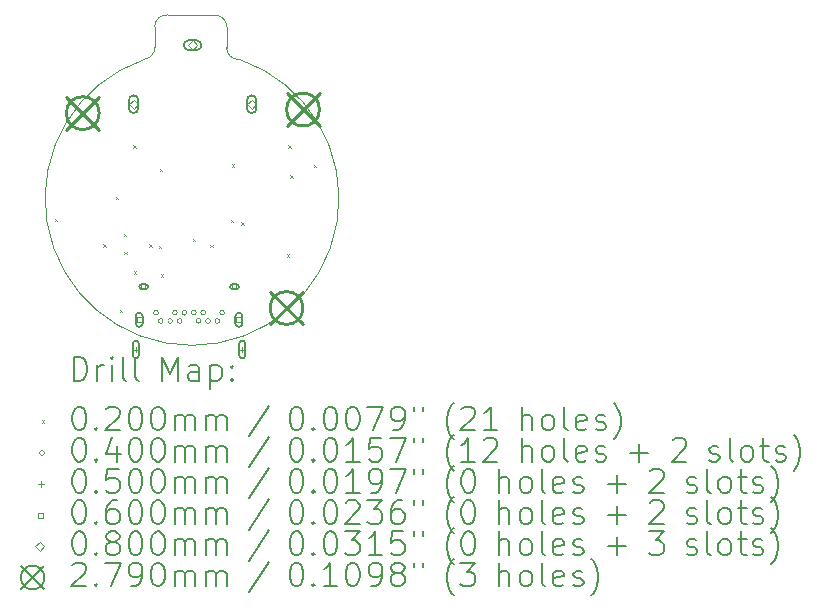
<source format=gbr>
%TF.GenerationSoftware,KiCad,Pcbnew,(7.0.0)*%
%TF.CreationDate,2023-10-08T10:20:44-07:00*%
%TF.ProjectId,Dot-LED,446f742d-4c45-4442-9e6b-696361645f70,rev?*%
%TF.SameCoordinates,Original*%
%TF.FileFunction,Drillmap*%
%TF.FilePolarity,Positive*%
%FSLAX45Y45*%
G04 Gerber Fmt 4.5, Leading zero omitted, Abs format (unit mm)*
G04 Created by KiCad (PCBNEW (7.0.0)) date 2023-10-08 10:20:44*
%MOMM*%
%LPD*%
G01*
G04 APERTURE LIST*
%ADD10C,0.125000*%
%ADD11C,0.200000*%
%ADD12C,0.020000*%
%ADD13C,0.040000*%
%ADD14C,0.050000*%
%ADD15C,0.060000*%
%ADD16C,0.080000*%
%ADD17C,0.279000*%
G04 APERTURE END LIST*
D10*
X12905000Y-4025000D02*
X12493877Y-4024014D01*
X12993807Y-4125485D02*
G75*
G03*
X12905000Y-4025000I-101247J5D01*
G01*
X12299829Y-4399498D02*
G75*
G03*
X13103063Y-4400485I400170J-1177811D01*
G01*
X12384497Y-4299014D02*
X12383378Y-4124014D01*
X12298377Y-4399009D02*
G75*
G03*
X12384497Y-4299014I-14998J99999D01*
G01*
X12992556Y-4300485D02*
G75*
G03*
X13103063Y-4400485I100504J5D01*
G01*
X12992565Y-4300485D02*
X12993683Y-4125485D01*
X12493878Y-4024007D02*
G75*
G03*
X12383378Y-4124014I-9998J-100003D01*
G01*
D11*
D12*
X11536573Y-5748427D02*
X11556573Y-5768427D01*
X11556573Y-5748427D02*
X11536573Y-5768427D01*
X11950000Y-5964950D02*
X11970000Y-5984950D01*
X11970000Y-5964950D02*
X11950000Y-5984950D01*
X12055000Y-5565000D02*
X12075000Y-5585000D01*
X12075000Y-5565000D02*
X12055000Y-5585000D01*
X12090000Y-6520000D02*
X12110000Y-6540000D01*
X12110000Y-6520000D02*
X12090000Y-6540000D01*
X12125000Y-5875000D02*
X12145000Y-5895000D01*
X12145000Y-5875000D02*
X12125000Y-5895000D01*
X12127550Y-6030000D02*
X12147550Y-6050000D01*
X12147550Y-6030000D02*
X12127550Y-6050000D01*
X12202500Y-5127500D02*
X12222500Y-5147500D01*
X12222500Y-5127500D02*
X12202500Y-5147500D01*
X12205000Y-6195000D02*
X12225000Y-6215000D01*
X12225000Y-6195000D02*
X12205000Y-6215000D01*
X12339604Y-5964950D02*
X12359604Y-5984950D01*
X12359604Y-5964950D02*
X12339604Y-5984950D01*
X12419016Y-5981054D02*
X12439016Y-6001054D01*
X12439016Y-5981054D02*
X12419016Y-6001054D01*
X12430000Y-5325000D02*
X12450000Y-5345000D01*
X12450000Y-5325000D02*
X12430000Y-5345000D01*
X12435000Y-6220000D02*
X12455000Y-6240000D01*
X12455000Y-6220000D02*
X12435000Y-6240000D01*
X12705000Y-5917450D02*
X12725000Y-5937450D01*
X12725000Y-5917450D02*
X12705000Y-5937450D01*
X12855000Y-5970000D02*
X12875000Y-5990000D01*
X12875000Y-5970000D02*
X12855000Y-5990000D01*
X13029642Y-5757550D02*
X13049642Y-5777550D01*
X13049642Y-5757550D02*
X13029642Y-5777550D01*
X13037500Y-5290000D02*
X13057500Y-5310000D01*
X13057500Y-5290000D02*
X13037500Y-5310000D01*
X13117450Y-5780000D02*
X13137450Y-5800000D01*
X13137450Y-5780000D02*
X13117450Y-5800000D01*
X13504309Y-6050575D02*
X13524309Y-6070575D01*
X13524309Y-6050575D02*
X13504309Y-6070575D01*
X13515000Y-5127500D02*
X13535000Y-5147500D01*
X13535000Y-5127500D02*
X13515000Y-5147500D01*
X13533750Y-5382500D02*
X13553750Y-5402500D01*
X13553750Y-5382500D02*
X13533750Y-5402500D01*
X13730000Y-5291250D02*
X13750000Y-5311250D01*
X13750000Y-5291250D02*
X13730000Y-5311250D01*
D13*
X12310500Y-6325000D02*
G75*
G03*
X12310500Y-6325000I-20000J0D01*
G01*
D11*
X12273000Y-6345000D02*
X12308000Y-6345000D01*
X12308000Y-6345000D02*
G75*
G03*
X12308000Y-6305000I0J20000D01*
G01*
X12308000Y-6305000D02*
X12273000Y-6305000D01*
X12273000Y-6305000D02*
G75*
G03*
X12273000Y-6345000I0J-20000D01*
G01*
D13*
X12415000Y-6545000D02*
G75*
G03*
X12415000Y-6545000I-20000J0D01*
G01*
X12455000Y-6615000D02*
G75*
G03*
X12455000Y-6615000I-20000J0D01*
G01*
X12535000Y-6615000D02*
G75*
G03*
X12535000Y-6615000I-20000J0D01*
G01*
X12575000Y-6545000D02*
G75*
G03*
X12575000Y-6545000I-20000J0D01*
G01*
X12615000Y-6615000D02*
G75*
G03*
X12615000Y-6615000I-20000J0D01*
G01*
X12655000Y-6545000D02*
G75*
G03*
X12655000Y-6545000I-20000J0D01*
G01*
X12735000Y-6545000D02*
G75*
G03*
X12735000Y-6545000I-20000J0D01*
G01*
X12775000Y-6615000D02*
G75*
G03*
X12775000Y-6615000I-20000J0D01*
G01*
X12815000Y-6545000D02*
G75*
G03*
X12815000Y-6545000I-20000J0D01*
G01*
X12855000Y-6615000D02*
G75*
G03*
X12855000Y-6615000I-20000J0D01*
G01*
X12935000Y-6615000D02*
G75*
G03*
X12935000Y-6615000I-20000J0D01*
G01*
X12975000Y-6545000D02*
G75*
G03*
X12975000Y-6545000I-20000J0D01*
G01*
X13079500Y-6325000D02*
G75*
G03*
X13079500Y-6325000I-20000J0D01*
G01*
D11*
X13042000Y-6345000D02*
X13077000Y-6345000D01*
X13077000Y-6345000D02*
G75*
G03*
X13077000Y-6305000I0J20000D01*
G01*
X13077000Y-6305000D02*
X13042000Y-6305000D01*
X13042000Y-6305000D02*
G75*
G03*
X13042000Y-6345000I0J-20000D01*
G01*
D14*
X12225000Y-6831500D02*
X12225000Y-6881500D01*
X12200000Y-6856500D02*
X12250000Y-6856500D01*
D11*
X12200000Y-6806500D02*
X12200000Y-6906500D01*
X12200000Y-6906500D02*
G75*
G03*
X12250000Y-6906500I25000J0D01*
G01*
X12250000Y-6906500D02*
X12250000Y-6806500D01*
X12250000Y-6806500D02*
G75*
G03*
X12200000Y-6806500I-25000J0D01*
G01*
D14*
X13125000Y-6831500D02*
X13125000Y-6881500D01*
X13100000Y-6856500D02*
X13150000Y-6856500D01*
D11*
X13100000Y-6806500D02*
X13100000Y-6906500D01*
X13100000Y-6906500D02*
G75*
G03*
X13150000Y-6906500I25000J0D01*
G01*
X13150000Y-6906500D02*
X13150000Y-6806500D01*
X13150000Y-6806500D02*
G75*
G03*
X13100000Y-6806500I-25000J0D01*
G01*
D15*
X12274213Y-6626213D02*
X12274213Y-6583787D01*
X12231787Y-6583787D01*
X12231787Y-6626213D01*
X12274213Y-6626213D01*
D11*
X12223000Y-6575000D02*
X12223000Y-6635000D01*
X12223000Y-6635000D02*
G75*
G03*
X12283000Y-6635000I30000J0D01*
G01*
X12283000Y-6635000D02*
X12283000Y-6575000D01*
X12283000Y-6575000D02*
G75*
G03*
X12223000Y-6575000I-30000J0D01*
G01*
D15*
X13118213Y-6626213D02*
X13118213Y-6583787D01*
X13075787Y-6583787D01*
X13075787Y-6626213D01*
X13118213Y-6626213D01*
D11*
X13067000Y-6575000D02*
X13067000Y-6635000D01*
X13067000Y-6635000D02*
G75*
G03*
X13127000Y-6635000I30000J0D01*
G01*
X13127000Y-6635000D02*
X13127000Y-6575000D01*
X13127000Y-6575000D02*
G75*
G03*
X13067000Y-6575000I-30000J0D01*
G01*
D16*
X12205000Y-4820000D02*
X12245000Y-4780000D01*
X12205000Y-4740000D01*
X12165000Y-4780000D01*
X12205000Y-4820000D01*
D11*
X12165000Y-4745000D02*
X12165000Y-4815000D01*
X12165000Y-4815000D02*
G75*
G03*
X12245000Y-4815000I40000J0D01*
G01*
X12245000Y-4815000D02*
X12245000Y-4745000D01*
X12245000Y-4745000D02*
G75*
G03*
X12165000Y-4745000I-40000J0D01*
G01*
D16*
X12705000Y-4320000D02*
X12745000Y-4280000D01*
X12705000Y-4240000D01*
X12665000Y-4280000D01*
X12705000Y-4320000D01*
D11*
X12740000Y-4240000D02*
X12670000Y-4240000D01*
X12670000Y-4240000D02*
G75*
G03*
X12670000Y-4320000I0J-40000D01*
G01*
X12670000Y-4320000D02*
X12740000Y-4320000D01*
X12740000Y-4320000D02*
G75*
G03*
X12740000Y-4240000I0J40000D01*
G01*
D16*
X13205000Y-4820000D02*
X13245000Y-4780000D01*
X13205000Y-4740000D01*
X13165000Y-4780000D01*
X13205000Y-4820000D01*
D11*
X13165000Y-4745000D02*
X13165000Y-4815000D01*
X13165000Y-4815000D02*
G75*
G03*
X13245000Y-4815000I40000J0D01*
G01*
X13245000Y-4815000D02*
X13245000Y-4745000D01*
X13245000Y-4745000D02*
G75*
G03*
X13165000Y-4745000I-40000J0D01*
G01*
D17*
X11635500Y-4715500D02*
X11914500Y-4994500D01*
X11914500Y-4715500D02*
X11635500Y-4994500D01*
X11914500Y-4855000D02*
G75*
G03*
X11914500Y-4855000I-139500J0D01*
G01*
X13360500Y-6365500D02*
X13639500Y-6644500D01*
X13639500Y-6365500D02*
X13360500Y-6644500D01*
X13639500Y-6505000D02*
G75*
G03*
X13639500Y-6505000I-139500J0D01*
G01*
X13500500Y-4685500D02*
X13779500Y-4964500D01*
X13779500Y-4685500D02*
X13500500Y-4964500D01*
X13779500Y-4825000D02*
G75*
G03*
X13779500Y-4825000I-139500J0D01*
G01*
D11*
X11697433Y-7120971D02*
X11697433Y-6920971D01*
X11697433Y-6920971D02*
X11745052Y-6920971D01*
X11745052Y-6920971D02*
X11773624Y-6930495D01*
X11773624Y-6930495D02*
X11792671Y-6949543D01*
X11792671Y-6949543D02*
X11802195Y-6968590D01*
X11802195Y-6968590D02*
X11811719Y-7006686D01*
X11811719Y-7006686D02*
X11811719Y-7035257D01*
X11811719Y-7035257D02*
X11802195Y-7073352D01*
X11802195Y-7073352D02*
X11792671Y-7092400D01*
X11792671Y-7092400D02*
X11773624Y-7111447D01*
X11773624Y-7111447D02*
X11745052Y-7120971D01*
X11745052Y-7120971D02*
X11697433Y-7120971D01*
X11897433Y-7120971D02*
X11897433Y-6987638D01*
X11897433Y-7025733D02*
X11906957Y-7006686D01*
X11906957Y-7006686D02*
X11916481Y-6997162D01*
X11916481Y-6997162D02*
X11935528Y-6987638D01*
X11935528Y-6987638D02*
X11954576Y-6987638D01*
X12021243Y-7120971D02*
X12021243Y-6987638D01*
X12021243Y-6920971D02*
X12011719Y-6930495D01*
X12011719Y-6930495D02*
X12021243Y-6940019D01*
X12021243Y-6940019D02*
X12030766Y-6930495D01*
X12030766Y-6930495D02*
X12021243Y-6920971D01*
X12021243Y-6920971D02*
X12021243Y-6940019D01*
X12145052Y-7120971D02*
X12126005Y-7111447D01*
X12126005Y-7111447D02*
X12116481Y-7092400D01*
X12116481Y-7092400D02*
X12116481Y-6920971D01*
X12249814Y-7120971D02*
X12230766Y-7111447D01*
X12230766Y-7111447D02*
X12221243Y-7092400D01*
X12221243Y-7092400D02*
X12221243Y-6920971D01*
X12446005Y-7120971D02*
X12446005Y-6920971D01*
X12446005Y-6920971D02*
X12512671Y-7063828D01*
X12512671Y-7063828D02*
X12579338Y-6920971D01*
X12579338Y-6920971D02*
X12579338Y-7120971D01*
X12760290Y-7120971D02*
X12760290Y-7016209D01*
X12760290Y-7016209D02*
X12750766Y-6997162D01*
X12750766Y-6997162D02*
X12731719Y-6987638D01*
X12731719Y-6987638D02*
X12693624Y-6987638D01*
X12693624Y-6987638D02*
X12674576Y-6997162D01*
X12760290Y-7111447D02*
X12741243Y-7120971D01*
X12741243Y-7120971D02*
X12693624Y-7120971D01*
X12693624Y-7120971D02*
X12674576Y-7111447D01*
X12674576Y-7111447D02*
X12665052Y-7092400D01*
X12665052Y-7092400D02*
X12665052Y-7073352D01*
X12665052Y-7073352D02*
X12674576Y-7054305D01*
X12674576Y-7054305D02*
X12693624Y-7044781D01*
X12693624Y-7044781D02*
X12741243Y-7044781D01*
X12741243Y-7044781D02*
X12760290Y-7035257D01*
X12855528Y-6987638D02*
X12855528Y-7187638D01*
X12855528Y-6997162D02*
X12874576Y-6987638D01*
X12874576Y-6987638D02*
X12912671Y-6987638D01*
X12912671Y-6987638D02*
X12931719Y-6997162D01*
X12931719Y-6997162D02*
X12941243Y-7006686D01*
X12941243Y-7006686D02*
X12950766Y-7025733D01*
X12950766Y-7025733D02*
X12950766Y-7082876D01*
X12950766Y-7082876D02*
X12941243Y-7101924D01*
X12941243Y-7101924D02*
X12931719Y-7111447D01*
X12931719Y-7111447D02*
X12912671Y-7120971D01*
X12912671Y-7120971D02*
X12874576Y-7120971D01*
X12874576Y-7120971D02*
X12855528Y-7111447D01*
X13036481Y-7101924D02*
X13046005Y-7111447D01*
X13046005Y-7111447D02*
X13036481Y-7120971D01*
X13036481Y-7120971D02*
X13026957Y-7111447D01*
X13026957Y-7111447D02*
X13036481Y-7101924D01*
X13036481Y-7101924D02*
X13036481Y-7120971D01*
X13036481Y-6997162D02*
X13046005Y-7006686D01*
X13046005Y-7006686D02*
X13036481Y-7016209D01*
X13036481Y-7016209D02*
X13026957Y-7006686D01*
X13026957Y-7006686D02*
X13036481Y-6997162D01*
X13036481Y-6997162D02*
X13036481Y-7016209D01*
D12*
X11429814Y-7457495D02*
X11449814Y-7477495D01*
X11449814Y-7457495D02*
X11429814Y-7477495D01*
D11*
X11735528Y-7340971D02*
X11754576Y-7340971D01*
X11754576Y-7340971D02*
X11773624Y-7350495D01*
X11773624Y-7350495D02*
X11783147Y-7360019D01*
X11783147Y-7360019D02*
X11792671Y-7379067D01*
X11792671Y-7379067D02*
X11802195Y-7417162D01*
X11802195Y-7417162D02*
X11802195Y-7464781D01*
X11802195Y-7464781D02*
X11792671Y-7502876D01*
X11792671Y-7502876D02*
X11783147Y-7521924D01*
X11783147Y-7521924D02*
X11773624Y-7531447D01*
X11773624Y-7531447D02*
X11754576Y-7540971D01*
X11754576Y-7540971D02*
X11735528Y-7540971D01*
X11735528Y-7540971D02*
X11716481Y-7531447D01*
X11716481Y-7531447D02*
X11706957Y-7521924D01*
X11706957Y-7521924D02*
X11697433Y-7502876D01*
X11697433Y-7502876D02*
X11687909Y-7464781D01*
X11687909Y-7464781D02*
X11687909Y-7417162D01*
X11687909Y-7417162D02*
X11697433Y-7379067D01*
X11697433Y-7379067D02*
X11706957Y-7360019D01*
X11706957Y-7360019D02*
X11716481Y-7350495D01*
X11716481Y-7350495D02*
X11735528Y-7340971D01*
X11887909Y-7521924D02*
X11897433Y-7531447D01*
X11897433Y-7531447D02*
X11887909Y-7540971D01*
X11887909Y-7540971D02*
X11878386Y-7531447D01*
X11878386Y-7531447D02*
X11887909Y-7521924D01*
X11887909Y-7521924D02*
X11887909Y-7540971D01*
X11973624Y-7360019D02*
X11983147Y-7350495D01*
X11983147Y-7350495D02*
X12002195Y-7340971D01*
X12002195Y-7340971D02*
X12049814Y-7340971D01*
X12049814Y-7340971D02*
X12068862Y-7350495D01*
X12068862Y-7350495D02*
X12078386Y-7360019D01*
X12078386Y-7360019D02*
X12087909Y-7379067D01*
X12087909Y-7379067D02*
X12087909Y-7398114D01*
X12087909Y-7398114D02*
X12078386Y-7426686D01*
X12078386Y-7426686D02*
X11964100Y-7540971D01*
X11964100Y-7540971D02*
X12087909Y-7540971D01*
X12211719Y-7340971D02*
X12230767Y-7340971D01*
X12230767Y-7340971D02*
X12249814Y-7350495D01*
X12249814Y-7350495D02*
X12259338Y-7360019D01*
X12259338Y-7360019D02*
X12268862Y-7379067D01*
X12268862Y-7379067D02*
X12278386Y-7417162D01*
X12278386Y-7417162D02*
X12278386Y-7464781D01*
X12278386Y-7464781D02*
X12268862Y-7502876D01*
X12268862Y-7502876D02*
X12259338Y-7521924D01*
X12259338Y-7521924D02*
X12249814Y-7531447D01*
X12249814Y-7531447D02*
X12230767Y-7540971D01*
X12230767Y-7540971D02*
X12211719Y-7540971D01*
X12211719Y-7540971D02*
X12192671Y-7531447D01*
X12192671Y-7531447D02*
X12183147Y-7521924D01*
X12183147Y-7521924D02*
X12173624Y-7502876D01*
X12173624Y-7502876D02*
X12164100Y-7464781D01*
X12164100Y-7464781D02*
X12164100Y-7417162D01*
X12164100Y-7417162D02*
X12173624Y-7379067D01*
X12173624Y-7379067D02*
X12183147Y-7360019D01*
X12183147Y-7360019D02*
X12192671Y-7350495D01*
X12192671Y-7350495D02*
X12211719Y-7340971D01*
X12402195Y-7340971D02*
X12421243Y-7340971D01*
X12421243Y-7340971D02*
X12440290Y-7350495D01*
X12440290Y-7350495D02*
X12449814Y-7360019D01*
X12449814Y-7360019D02*
X12459338Y-7379067D01*
X12459338Y-7379067D02*
X12468862Y-7417162D01*
X12468862Y-7417162D02*
X12468862Y-7464781D01*
X12468862Y-7464781D02*
X12459338Y-7502876D01*
X12459338Y-7502876D02*
X12449814Y-7521924D01*
X12449814Y-7521924D02*
X12440290Y-7531447D01*
X12440290Y-7531447D02*
X12421243Y-7540971D01*
X12421243Y-7540971D02*
X12402195Y-7540971D01*
X12402195Y-7540971D02*
X12383147Y-7531447D01*
X12383147Y-7531447D02*
X12373624Y-7521924D01*
X12373624Y-7521924D02*
X12364100Y-7502876D01*
X12364100Y-7502876D02*
X12354576Y-7464781D01*
X12354576Y-7464781D02*
X12354576Y-7417162D01*
X12354576Y-7417162D02*
X12364100Y-7379067D01*
X12364100Y-7379067D02*
X12373624Y-7360019D01*
X12373624Y-7360019D02*
X12383147Y-7350495D01*
X12383147Y-7350495D02*
X12402195Y-7340971D01*
X12554576Y-7540971D02*
X12554576Y-7407638D01*
X12554576Y-7426686D02*
X12564100Y-7417162D01*
X12564100Y-7417162D02*
X12583147Y-7407638D01*
X12583147Y-7407638D02*
X12611719Y-7407638D01*
X12611719Y-7407638D02*
X12630767Y-7417162D01*
X12630767Y-7417162D02*
X12640290Y-7436209D01*
X12640290Y-7436209D02*
X12640290Y-7540971D01*
X12640290Y-7436209D02*
X12649814Y-7417162D01*
X12649814Y-7417162D02*
X12668862Y-7407638D01*
X12668862Y-7407638D02*
X12697433Y-7407638D01*
X12697433Y-7407638D02*
X12716481Y-7417162D01*
X12716481Y-7417162D02*
X12726005Y-7436209D01*
X12726005Y-7436209D02*
X12726005Y-7540971D01*
X12821243Y-7540971D02*
X12821243Y-7407638D01*
X12821243Y-7426686D02*
X12830767Y-7417162D01*
X12830767Y-7417162D02*
X12849814Y-7407638D01*
X12849814Y-7407638D02*
X12878386Y-7407638D01*
X12878386Y-7407638D02*
X12897433Y-7417162D01*
X12897433Y-7417162D02*
X12906957Y-7436209D01*
X12906957Y-7436209D02*
X12906957Y-7540971D01*
X12906957Y-7436209D02*
X12916481Y-7417162D01*
X12916481Y-7417162D02*
X12935528Y-7407638D01*
X12935528Y-7407638D02*
X12964100Y-7407638D01*
X12964100Y-7407638D02*
X12983148Y-7417162D01*
X12983148Y-7417162D02*
X12992671Y-7436209D01*
X12992671Y-7436209D02*
X12992671Y-7540971D01*
X13350767Y-7331447D02*
X13179338Y-7588590D01*
X13575528Y-7340971D02*
X13594576Y-7340971D01*
X13594576Y-7340971D02*
X13613624Y-7350495D01*
X13613624Y-7350495D02*
X13623148Y-7360019D01*
X13623148Y-7360019D02*
X13632671Y-7379067D01*
X13632671Y-7379067D02*
X13642195Y-7417162D01*
X13642195Y-7417162D02*
X13642195Y-7464781D01*
X13642195Y-7464781D02*
X13632671Y-7502876D01*
X13632671Y-7502876D02*
X13623148Y-7521924D01*
X13623148Y-7521924D02*
X13613624Y-7531447D01*
X13613624Y-7531447D02*
X13594576Y-7540971D01*
X13594576Y-7540971D02*
X13575528Y-7540971D01*
X13575528Y-7540971D02*
X13556481Y-7531447D01*
X13556481Y-7531447D02*
X13546957Y-7521924D01*
X13546957Y-7521924D02*
X13537433Y-7502876D01*
X13537433Y-7502876D02*
X13527909Y-7464781D01*
X13527909Y-7464781D02*
X13527909Y-7417162D01*
X13527909Y-7417162D02*
X13537433Y-7379067D01*
X13537433Y-7379067D02*
X13546957Y-7360019D01*
X13546957Y-7360019D02*
X13556481Y-7350495D01*
X13556481Y-7350495D02*
X13575528Y-7340971D01*
X13727909Y-7521924D02*
X13737433Y-7531447D01*
X13737433Y-7531447D02*
X13727909Y-7540971D01*
X13727909Y-7540971D02*
X13718386Y-7531447D01*
X13718386Y-7531447D02*
X13727909Y-7521924D01*
X13727909Y-7521924D02*
X13727909Y-7540971D01*
X13861243Y-7340971D02*
X13880290Y-7340971D01*
X13880290Y-7340971D02*
X13899338Y-7350495D01*
X13899338Y-7350495D02*
X13908862Y-7360019D01*
X13908862Y-7360019D02*
X13918386Y-7379067D01*
X13918386Y-7379067D02*
X13927909Y-7417162D01*
X13927909Y-7417162D02*
X13927909Y-7464781D01*
X13927909Y-7464781D02*
X13918386Y-7502876D01*
X13918386Y-7502876D02*
X13908862Y-7521924D01*
X13908862Y-7521924D02*
X13899338Y-7531447D01*
X13899338Y-7531447D02*
X13880290Y-7540971D01*
X13880290Y-7540971D02*
X13861243Y-7540971D01*
X13861243Y-7540971D02*
X13842195Y-7531447D01*
X13842195Y-7531447D02*
X13832671Y-7521924D01*
X13832671Y-7521924D02*
X13823148Y-7502876D01*
X13823148Y-7502876D02*
X13813624Y-7464781D01*
X13813624Y-7464781D02*
X13813624Y-7417162D01*
X13813624Y-7417162D02*
X13823148Y-7379067D01*
X13823148Y-7379067D02*
X13832671Y-7360019D01*
X13832671Y-7360019D02*
X13842195Y-7350495D01*
X13842195Y-7350495D02*
X13861243Y-7340971D01*
X14051719Y-7340971D02*
X14070767Y-7340971D01*
X14070767Y-7340971D02*
X14089814Y-7350495D01*
X14089814Y-7350495D02*
X14099338Y-7360019D01*
X14099338Y-7360019D02*
X14108862Y-7379067D01*
X14108862Y-7379067D02*
X14118386Y-7417162D01*
X14118386Y-7417162D02*
X14118386Y-7464781D01*
X14118386Y-7464781D02*
X14108862Y-7502876D01*
X14108862Y-7502876D02*
X14099338Y-7521924D01*
X14099338Y-7521924D02*
X14089814Y-7531447D01*
X14089814Y-7531447D02*
X14070767Y-7540971D01*
X14070767Y-7540971D02*
X14051719Y-7540971D01*
X14051719Y-7540971D02*
X14032671Y-7531447D01*
X14032671Y-7531447D02*
X14023148Y-7521924D01*
X14023148Y-7521924D02*
X14013624Y-7502876D01*
X14013624Y-7502876D02*
X14004100Y-7464781D01*
X14004100Y-7464781D02*
X14004100Y-7417162D01*
X14004100Y-7417162D02*
X14013624Y-7379067D01*
X14013624Y-7379067D02*
X14023148Y-7360019D01*
X14023148Y-7360019D02*
X14032671Y-7350495D01*
X14032671Y-7350495D02*
X14051719Y-7340971D01*
X14185052Y-7340971D02*
X14318386Y-7340971D01*
X14318386Y-7340971D02*
X14232671Y-7540971D01*
X14404100Y-7540971D02*
X14442195Y-7540971D01*
X14442195Y-7540971D02*
X14461243Y-7531447D01*
X14461243Y-7531447D02*
X14470767Y-7521924D01*
X14470767Y-7521924D02*
X14489814Y-7493352D01*
X14489814Y-7493352D02*
X14499338Y-7455257D01*
X14499338Y-7455257D02*
X14499338Y-7379067D01*
X14499338Y-7379067D02*
X14489814Y-7360019D01*
X14489814Y-7360019D02*
X14480290Y-7350495D01*
X14480290Y-7350495D02*
X14461243Y-7340971D01*
X14461243Y-7340971D02*
X14423148Y-7340971D01*
X14423148Y-7340971D02*
X14404100Y-7350495D01*
X14404100Y-7350495D02*
X14394576Y-7360019D01*
X14394576Y-7360019D02*
X14385052Y-7379067D01*
X14385052Y-7379067D02*
X14385052Y-7426686D01*
X14385052Y-7426686D02*
X14394576Y-7445733D01*
X14394576Y-7445733D02*
X14404100Y-7455257D01*
X14404100Y-7455257D02*
X14423148Y-7464781D01*
X14423148Y-7464781D02*
X14461243Y-7464781D01*
X14461243Y-7464781D02*
X14480290Y-7455257D01*
X14480290Y-7455257D02*
X14489814Y-7445733D01*
X14489814Y-7445733D02*
X14499338Y-7426686D01*
X14575529Y-7340971D02*
X14575529Y-7379067D01*
X14651719Y-7340971D02*
X14651719Y-7379067D01*
X14914576Y-7617162D02*
X14905052Y-7607638D01*
X14905052Y-7607638D02*
X14886005Y-7579067D01*
X14886005Y-7579067D02*
X14876481Y-7560019D01*
X14876481Y-7560019D02*
X14866957Y-7531447D01*
X14866957Y-7531447D02*
X14857433Y-7483828D01*
X14857433Y-7483828D02*
X14857433Y-7445733D01*
X14857433Y-7445733D02*
X14866957Y-7398114D01*
X14866957Y-7398114D02*
X14876481Y-7369543D01*
X14876481Y-7369543D02*
X14886005Y-7350495D01*
X14886005Y-7350495D02*
X14905052Y-7321924D01*
X14905052Y-7321924D02*
X14914576Y-7312400D01*
X14981243Y-7360019D02*
X14990767Y-7350495D01*
X14990767Y-7350495D02*
X15009814Y-7340971D01*
X15009814Y-7340971D02*
X15057433Y-7340971D01*
X15057433Y-7340971D02*
X15076481Y-7350495D01*
X15076481Y-7350495D02*
X15086005Y-7360019D01*
X15086005Y-7360019D02*
X15095529Y-7379067D01*
X15095529Y-7379067D02*
X15095529Y-7398114D01*
X15095529Y-7398114D02*
X15086005Y-7426686D01*
X15086005Y-7426686D02*
X14971719Y-7540971D01*
X14971719Y-7540971D02*
X15095529Y-7540971D01*
X15286005Y-7540971D02*
X15171719Y-7540971D01*
X15228862Y-7540971D02*
X15228862Y-7340971D01*
X15228862Y-7340971D02*
X15209814Y-7369543D01*
X15209814Y-7369543D02*
X15190767Y-7388590D01*
X15190767Y-7388590D02*
X15171719Y-7398114D01*
X15491719Y-7540971D02*
X15491719Y-7340971D01*
X15577433Y-7540971D02*
X15577433Y-7436209D01*
X15577433Y-7436209D02*
X15567910Y-7417162D01*
X15567910Y-7417162D02*
X15548862Y-7407638D01*
X15548862Y-7407638D02*
X15520290Y-7407638D01*
X15520290Y-7407638D02*
X15501243Y-7417162D01*
X15501243Y-7417162D02*
X15491719Y-7426686D01*
X15701243Y-7540971D02*
X15682195Y-7531447D01*
X15682195Y-7531447D02*
X15672671Y-7521924D01*
X15672671Y-7521924D02*
X15663148Y-7502876D01*
X15663148Y-7502876D02*
X15663148Y-7445733D01*
X15663148Y-7445733D02*
X15672671Y-7426686D01*
X15672671Y-7426686D02*
X15682195Y-7417162D01*
X15682195Y-7417162D02*
X15701243Y-7407638D01*
X15701243Y-7407638D02*
X15729814Y-7407638D01*
X15729814Y-7407638D02*
X15748862Y-7417162D01*
X15748862Y-7417162D02*
X15758386Y-7426686D01*
X15758386Y-7426686D02*
X15767910Y-7445733D01*
X15767910Y-7445733D02*
X15767910Y-7502876D01*
X15767910Y-7502876D02*
X15758386Y-7521924D01*
X15758386Y-7521924D02*
X15748862Y-7531447D01*
X15748862Y-7531447D02*
X15729814Y-7540971D01*
X15729814Y-7540971D02*
X15701243Y-7540971D01*
X15882195Y-7540971D02*
X15863148Y-7531447D01*
X15863148Y-7531447D02*
X15853624Y-7512400D01*
X15853624Y-7512400D02*
X15853624Y-7340971D01*
X16034576Y-7531447D02*
X16015529Y-7540971D01*
X16015529Y-7540971D02*
X15977433Y-7540971D01*
X15977433Y-7540971D02*
X15958386Y-7531447D01*
X15958386Y-7531447D02*
X15948862Y-7512400D01*
X15948862Y-7512400D02*
X15948862Y-7436209D01*
X15948862Y-7436209D02*
X15958386Y-7417162D01*
X15958386Y-7417162D02*
X15977433Y-7407638D01*
X15977433Y-7407638D02*
X16015529Y-7407638D01*
X16015529Y-7407638D02*
X16034576Y-7417162D01*
X16034576Y-7417162D02*
X16044100Y-7436209D01*
X16044100Y-7436209D02*
X16044100Y-7455257D01*
X16044100Y-7455257D02*
X15948862Y-7474305D01*
X16120291Y-7531447D02*
X16139338Y-7540971D01*
X16139338Y-7540971D02*
X16177433Y-7540971D01*
X16177433Y-7540971D02*
X16196481Y-7531447D01*
X16196481Y-7531447D02*
X16206005Y-7512400D01*
X16206005Y-7512400D02*
X16206005Y-7502876D01*
X16206005Y-7502876D02*
X16196481Y-7483828D01*
X16196481Y-7483828D02*
X16177433Y-7474305D01*
X16177433Y-7474305D02*
X16148862Y-7474305D01*
X16148862Y-7474305D02*
X16129814Y-7464781D01*
X16129814Y-7464781D02*
X16120291Y-7445733D01*
X16120291Y-7445733D02*
X16120291Y-7436209D01*
X16120291Y-7436209D02*
X16129814Y-7417162D01*
X16129814Y-7417162D02*
X16148862Y-7407638D01*
X16148862Y-7407638D02*
X16177433Y-7407638D01*
X16177433Y-7407638D02*
X16196481Y-7417162D01*
X16272672Y-7617162D02*
X16282195Y-7607638D01*
X16282195Y-7607638D02*
X16301243Y-7579067D01*
X16301243Y-7579067D02*
X16310767Y-7560019D01*
X16310767Y-7560019D02*
X16320291Y-7531447D01*
X16320291Y-7531447D02*
X16329814Y-7483828D01*
X16329814Y-7483828D02*
X16329814Y-7445733D01*
X16329814Y-7445733D02*
X16320291Y-7398114D01*
X16320291Y-7398114D02*
X16310767Y-7369543D01*
X16310767Y-7369543D02*
X16301243Y-7350495D01*
X16301243Y-7350495D02*
X16282195Y-7321924D01*
X16282195Y-7321924D02*
X16272672Y-7312400D01*
D13*
X11449814Y-7731495D02*
G75*
G03*
X11449814Y-7731495I-20000J0D01*
G01*
D11*
X11735528Y-7604971D02*
X11754576Y-7604971D01*
X11754576Y-7604971D02*
X11773624Y-7614495D01*
X11773624Y-7614495D02*
X11783147Y-7624019D01*
X11783147Y-7624019D02*
X11792671Y-7643067D01*
X11792671Y-7643067D02*
X11802195Y-7681162D01*
X11802195Y-7681162D02*
X11802195Y-7728781D01*
X11802195Y-7728781D02*
X11792671Y-7766876D01*
X11792671Y-7766876D02*
X11783147Y-7785924D01*
X11783147Y-7785924D02*
X11773624Y-7795447D01*
X11773624Y-7795447D02*
X11754576Y-7804971D01*
X11754576Y-7804971D02*
X11735528Y-7804971D01*
X11735528Y-7804971D02*
X11716481Y-7795447D01*
X11716481Y-7795447D02*
X11706957Y-7785924D01*
X11706957Y-7785924D02*
X11697433Y-7766876D01*
X11697433Y-7766876D02*
X11687909Y-7728781D01*
X11687909Y-7728781D02*
X11687909Y-7681162D01*
X11687909Y-7681162D02*
X11697433Y-7643067D01*
X11697433Y-7643067D02*
X11706957Y-7624019D01*
X11706957Y-7624019D02*
X11716481Y-7614495D01*
X11716481Y-7614495D02*
X11735528Y-7604971D01*
X11887909Y-7785924D02*
X11897433Y-7795447D01*
X11897433Y-7795447D02*
X11887909Y-7804971D01*
X11887909Y-7804971D02*
X11878386Y-7795447D01*
X11878386Y-7795447D02*
X11887909Y-7785924D01*
X11887909Y-7785924D02*
X11887909Y-7804971D01*
X12068862Y-7671638D02*
X12068862Y-7804971D01*
X12021243Y-7595447D02*
X11973624Y-7738305D01*
X11973624Y-7738305D02*
X12097433Y-7738305D01*
X12211719Y-7604971D02*
X12230767Y-7604971D01*
X12230767Y-7604971D02*
X12249814Y-7614495D01*
X12249814Y-7614495D02*
X12259338Y-7624019D01*
X12259338Y-7624019D02*
X12268862Y-7643067D01*
X12268862Y-7643067D02*
X12278386Y-7681162D01*
X12278386Y-7681162D02*
X12278386Y-7728781D01*
X12278386Y-7728781D02*
X12268862Y-7766876D01*
X12268862Y-7766876D02*
X12259338Y-7785924D01*
X12259338Y-7785924D02*
X12249814Y-7795447D01*
X12249814Y-7795447D02*
X12230767Y-7804971D01*
X12230767Y-7804971D02*
X12211719Y-7804971D01*
X12211719Y-7804971D02*
X12192671Y-7795447D01*
X12192671Y-7795447D02*
X12183147Y-7785924D01*
X12183147Y-7785924D02*
X12173624Y-7766876D01*
X12173624Y-7766876D02*
X12164100Y-7728781D01*
X12164100Y-7728781D02*
X12164100Y-7681162D01*
X12164100Y-7681162D02*
X12173624Y-7643067D01*
X12173624Y-7643067D02*
X12183147Y-7624019D01*
X12183147Y-7624019D02*
X12192671Y-7614495D01*
X12192671Y-7614495D02*
X12211719Y-7604971D01*
X12402195Y-7604971D02*
X12421243Y-7604971D01*
X12421243Y-7604971D02*
X12440290Y-7614495D01*
X12440290Y-7614495D02*
X12449814Y-7624019D01*
X12449814Y-7624019D02*
X12459338Y-7643067D01*
X12459338Y-7643067D02*
X12468862Y-7681162D01*
X12468862Y-7681162D02*
X12468862Y-7728781D01*
X12468862Y-7728781D02*
X12459338Y-7766876D01*
X12459338Y-7766876D02*
X12449814Y-7785924D01*
X12449814Y-7785924D02*
X12440290Y-7795447D01*
X12440290Y-7795447D02*
X12421243Y-7804971D01*
X12421243Y-7804971D02*
X12402195Y-7804971D01*
X12402195Y-7804971D02*
X12383147Y-7795447D01*
X12383147Y-7795447D02*
X12373624Y-7785924D01*
X12373624Y-7785924D02*
X12364100Y-7766876D01*
X12364100Y-7766876D02*
X12354576Y-7728781D01*
X12354576Y-7728781D02*
X12354576Y-7681162D01*
X12354576Y-7681162D02*
X12364100Y-7643067D01*
X12364100Y-7643067D02*
X12373624Y-7624019D01*
X12373624Y-7624019D02*
X12383147Y-7614495D01*
X12383147Y-7614495D02*
X12402195Y-7604971D01*
X12554576Y-7804971D02*
X12554576Y-7671638D01*
X12554576Y-7690686D02*
X12564100Y-7681162D01*
X12564100Y-7681162D02*
X12583147Y-7671638D01*
X12583147Y-7671638D02*
X12611719Y-7671638D01*
X12611719Y-7671638D02*
X12630767Y-7681162D01*
X12630767Y-7681162D02*
X12640290Y-7700209D01*
X12640290Y-7700209D02*
X12640290Y-7804971D01*
X12640290Y-7700209D02*
X12649814Y-7681162D01*
X12649814Y-7681162D02*
X12668862Y-7671638D01*
X12668862Y-7671638D02*
X12697433Y-7671638D01*
X12697433Y-7671638D02*
X12716481Y-7681162D01*
X12716481Y-7681162D02*
X12726005Y-7700209D01*
X12726005Y-7700209D02*
X12726005Y-7804971D01*
X12821243Y-7804971D02*
X12821243Y-7671638D01*
X12821243Y-7690686D02*
X12830767Y-7681162D01*
X12830767Y-7681162D02*
X12849814Y-7671638D01*
X12849814Y-7671638D02*
X12878386Y-7671638D01*
X12878386Y-7671638D02*
X12897433Y-7681162D01*
X12897433Y-7681162D02*
X12906957Y-7700209D01*
X12906957Y-7700209D02*
X12906957Y-7804971D01*
X12906957Y-7700209D02*
X12916481Y-7681162D01*
X12916481Y-7681162D02*
X12935528Y-7671638D01*
X12935528Y-7671638D02*
X12964100Y-7671638D01*
X12964100Y-7671638D02*
X12983148Y-7681162D01*
X12983148Y-7681162D02*
X12992671Y-7700209D01*
X12992671Y-7700209D02*
X12992671Y-7804971D01*
X13350767Y-7595447D02*
X13179338Y-7852590D01*
X13575528Y-7604971D02*
X13594576Y-7604971D01*
X13594576Y-7604971D02*
X13613624Y-7614495D01*
X13613624Y-7614495D02*
X13623148Y-7624019D01*
X13623148Y-7624019D02*
X13632671Y-7643067D01*
X13632671Y-7643067D02*
X13642195Y-7681162D01*
X13642195Y-7681162D02*
X13642195Y-7728781D01*
X13642195Y-7728781D02*
X13632671Y-7766876D01*
X13632671Y-7766876D02*
X13623148Y-7785924D01*
X13623148Y-7785924D02*
X13613624Y-7795447D01*
X13613624Y-7795447D02*
X13594576Y-7804971D01*
X13594576Y-7804971D02*
X13575528Y-7804971D01*
X13575528Y-7804971D02*
X13556481Y-7795447D01*
X13556481Y-7795447D02*
X13546957Y-7785924D01*
X13546957Y-7785924D02*
X13537433Y-7766876D01*
X13537433Y-7766876D02*
X13527909Y-7728781D01*
X13527909Y-7728781D02*
X13527909Y-7681162D01*
X13527909Y-7681162D02*
X13537433Y-7643067D01*
X13537433Y-7643067D02*
X13546957Y-7624019D01*
X13546957Y-7624019D02*
X13556481Y-7614495D01*
X13556481Y-7614495D02*
X13575528Y-7604971D01*
X13727909Y-7785924D02*
X13737433Y-7795447D01*
X13737433Y-7795447D02*
X13727909Y-7804971D01*
X13727909Y-7804971D02*
X13718386Y-7795447D01*
X13718386Y-7795447D02*
X13727909Y-7785924D01*
X13727909Y-7785924D02*
X13727909Y-7804971D01*
X13861243Y-7604971D02*
X13880290Y-7604971D01*
X13880290Y-7604971D02*
X13899338Y-7614495D01*
X13899338Y-7614495D02*
X13908862Y-7624019D01*
X13908862Y-7624019D02*
X13918386Y-7643067D01*
X13918386Y-7643067D02*
X13927909Y-7681162D01*
X13927909Y-7681162D02*
X13927909Y-7728781D01*
X13927909Y-7728781D02*
X13918386Y-7766876D01*
X13918386Y-7766876D02*
X13908862Y-7785924D01*
X13908862Y-7785924D02*
X13899338Y-7795447D01*
X13899338Y-7795447D02*
X13880290Y-7804971D01*
X13880290Y-7804971D02*
X13861243Y-7804971D01*
X13861243Y-7804971D02*
X13842195Y-7795447D01*
X13842195Y-7795447D02*
X13832671Y-7785924D01*
X13832671Y-7785924D02*
X13823148Y-7766876D01*
X13823148Y-7766876D02*
X13813624Y-7728781D01*
X13813624Y-7728781D02*
X13813624Y-7681162D01*
X13813624Y-7681162D02*
X13823148Y-7643067D01*
X13823148Y-7643067D02*
X13832671Y-7624019D01*
X13832671Y-7624019D02*
X13842195Y-7614495D01*
X13842195Y-7614495D02*
X13861243Y-7604971D01*
X14118386Y-7804971D02*
X14004100Y-7804971D01*
X14061243Y-7804971D02*
X14061243Y-7604971D01*
X14061243Y-7604971D02*
X14042195Y-7633543D01*
X14042195Y-7633543D02*
X14023148Y-7652590D01*
X14023148Y-7652590D02*
X14004100Y-7662114D01*
X14299338Y-7604971D02*
X14204100Y-7604971D01*
X14204100Y-7604971D02*
X14194576Y-7700209D01*
X14194576Y-7700209D02*
X14204100Y-7690686D01*
X14204100Y-7690686D02*
X14223148Y-7681162D01*
X14223148Y-7681162D02*
X14270767Y-7681162D01*
X14270767Y-7681162D02*
X14289814Y-7690686D01*
X14289814Y-7690686D02*
X14299338Y-7700209D01*
X14299338Y-7700209D02*
X14308862Y-7719257D01*
X14308862Y-7719257D02*
X14308862Y-7766876D01*
X14308862Y-7766876D02*
X14299338Y-7785924D01*
X14299338Y-7785924D02*
X14289814Y-7795447D01*
X14289814Y-7795447D02*
X14270767Y-7804971D01*
X14270767Y-7804971D02*
X14223148Y-7804971D01*
X14223148Y-7804971D02*
X14204100Y-7795447D01*
X14204100Y-7795447D02*
X14194576Y-7785924D01*
X14375529Y-7604971D02*
X14508862Y-7604971D01*
X14508862Y-7604971D02*
X14423148Y-7804971D01*
X14575529Y-7604971D02*
X14575529Y-7643067D01*
X14651719Y-7604971D02*
X14651719Y-7643067D01*
X14914576Y-7881162D02*
X14905052Y-7871638D01*
X14905052Y-7871638D02*
X14886005Y-7843067D01*
X14886005Y-7843067D02*
X14876481Y-7824019D01*
X14876481Y-7824019D02*
X14866957Y-7795447D01*
X14866957Y-7795447D02*
X14857433Y-7747828D01*
X14857433Y-7747828D02*
X14857433Y-7709733D01*
X14857433Y-7709733D02*
X14866957Y-7662114D01*
X14866957Y-7662114D02*
X14876481Y-7633543D01*
X14876481Y-7633543D02*
X14886005Y-7614495D01*
X14886005Y-7614495D02*
X14905052Y-7585924D01*
X14905052Y-7585924D02*
X14914576Y-7576400D01*
X15095529Y-7804971D02*
X14981243Y-7804971D01*
X15038386Y-7804971D02*
X15038386Y-7604971D01*
X15038386Y-7604971D02*
X15019338Y-7633543D01*
X15019338Y-7633543D02*
X15000290Y-7652590D01*
X15000290Y-7652590D02*
X14981243Y-7662114D01*
X15171719Y-7624019D02*
X15181243Y-7614495D01*
X15181243Y-7614495D02*
X15200290Y-7604971D01*
X15200290Y-7604971D02*
X15247910Y-7604971D01*
X15247910Y-7604971D02*
X15266957Y-7614495D01*
X15266957Y-7614495D02*
X15276481Y-7624019D01*
X15276481Y-7624019D02*
X15286005Y-7643067D01*
X15286005Y-7643067D02*
X15286005Y-7662114D01*
X15286005Y-7662114D02*
X15276481Y-7690686D01*
X15276481Y-7690686D02*
X15162195Y-7804971D01*
X15162195Y-7804971D02*
X15286005Y-7804971D01*
X15491719Y-7804971D02*
X15491719Y-7604971D01*
X15577433Y-7804971D02*
X15577433Y-7700209D01*
X15577433Y-7700209D02*
X15567910Y-7681162D01*
X15567910Y-7681162D02*
X15548862Y-7671638D01*
X15548862Y-7671638D02*
X15520290Y-7671638D01*
X15520290Y-7671638D02*
X15501243Y-7681162D01*
X15501243Y-7681162D02*
X15491719Y-7690686D01*
X15701243Y-7804971D02*
X15682195Y-7795447D01*
X15682195Y-7795447D02*
X15672671Y-7785924D01*
X15672671Y-7785924D02*
X15663148Y-7766876D01*
X15663148Y-7766876D02*
X15663148Y-7709733D01*
X15663148Y-7709733D02*
X15672671Y-7690686D01*
X15672671Y-7690686D02*
X15682195Y-7681162D01*
X15682195Y-7681162D02*
X15701243Y-7671638D01*
X15701243Y-7671638D02*
X15729814Y-7671638D01*
X15729814Y-7671638D02*
X15748862Y-7681162D01*
X15748862Y-7681162D02*
X15758386Y-7690686D01*
X15758386Y-7690686D02*
X15767910Y-7709733D01*
X15767910Y-7709733D02*
X15767910Y-7766876D01*
X15767910Y-7766876D02*
X15758386Y-7785924D01*
X15758386Y-7785924D02*
X15748862Y-7795447D01*
X15748862Y-7795447D02*
X15729814Y-7804971D01*
X15729814Y-7804971D02*
X15701243Y-7804971D01*
X15882195Y-7804971D02*
X15863148Y-7795447D01*
X15863148Y-7795447D02*
X15853624Y-7776400D01*
X15853624Y-7776400D02*
X15853624Y-7604971D01*
X16034576Y-7795447D02*
X16015529Y-7804971D01*
X16015529Y-7804971D02*
X15977433Y-7804971D01*
X15977433Y-7804971D02*
X15958386Y-7795447D01*
X15958386Y-7795447D02*
X15948862Y-7776400D01*
X15948862Y-7776400D02*
X15948862Y-7700209D01*
X15948862Y-7700209D02*
X15958386Y-7681162D01*
X15958386Y-7681162D02*
X15977433Y-7671638D01*
X15977433Y-7671638D02*
X16015529Y-7671638D01*
X16015529Y-7671638D02*
X16034576Y-7681162D01*
X16034576Y-7681162D02*
X16044100Y-7700209D01*
X16044100Y-7700209D02*
X16044100Y-7719257D01*
X16044100Y-7719257D02*
X15948862Y-7738305D01*
X16120291Y-7795447D02*
X16139338Y-7804971D01*
X16139338Y-7804971D02*
X16177433Y-7804971D01*
X16177433Y-7804971D02*
X16196481Y-7795447D01*
X16196481Y-7795447D02*
X16206005Y-7776400D01*
X16206005Y-7776400D02*
X16206005Y-7766876D01*
X16206005Y-7766876D02*
X16196481Y-7747828D01*
X16196481Y-7747828D02*
X16177433Y-7738305D01*
X16177433Y-7738305D02*
X16148862Y-7738305D01*
X16148862Y-7738305D02*
X16129814Y-7728781D01*
X16129814Y-7728781D02*
X16120291Y-7709733D01*
X16120291Y-7709733D02*
X16120291Y-7700209D01*
X16120291Y-7700209D02*
X16129814Y-7681162D01*
X16129814Y-7681162D02*
X16148862Y-7671638D01*
X16148862Y-7671638D02*
X16177433Y-7671638D01*
X16177433Y-7671638D02*
X16196481Y-7681162D01*
X16411719Y-7728781D02*
X16564100Y-7728781D01*
X16487910Y-7804971D02*
X16487910Y-7652590D01*
X16769814Y-7624019D02*
X16779338Y-7614495D01*
X16779338Y-7614495D02*
X16798386Y-7604971D01*
X16798386Y-7604971D02*
X16846005Y-7604971D01*
X16846005Y-7604971D02*
X16865053Y-7614495D01*
X16865053Y-7614495D02*
X16874576Y-7624019D01*
X16874576Y-7624019D02*
X16884100Y-7643067D01*
X16884100Y-7643067D02*
X16884100Y-7662114D01*
X16884100Y-7662114D02*
X16874576Y-7690686D01*
X16874576Y-7690686D02*
X16760291Y-7804971D01*
X16760291Y-7804971D02*
X16884100Y-7804971D01*
X17080291Y-7795447D02*
X17099338Y-7804971D01*
X17099338Y-7804971D02*
X17137433Y-7804971D01*
X17137433Y-7804971D02*
X17156481Y-7795447D01*
X17156481Y-7795447D02*
X17166005Y-7776400D01*
X17166005Y-7776400D02*
X17166005Y-7766876D01*
X17166005Y-7766876D02*
X17156481Y-7747828D01*
X17156481Y-7747828D02*
X17137433Y-7738305D01*
X17137433Y-7738305D02*
X17108862Y-7738305D01*
X17108862Y-7738305D02*
X17089814Y-7728781D01*
X17089814Y-7728781D02*
X17080291Y-7709733D01*
X17080291Y-7709733D02*
X17080291Y-7700209D01*
X17080291Y-7700209D02*
X17089814Y-7681162D01*
X17089814Y-7681162D02*
X17108862Y-7671638D01*
X17108862Y-7671638D02*
X17137433Y-7671638D01*
X17137433Y-7671638D02*
X17156481Y-7681162D01*
X17280291Y-7804971D02*
X17261243Y-7795447D01*
X17261243Y-7795447D02*
X17251719Y-7776400D01*
X17251719Y-7776400D02*
X17251719Y-7604971D01*
X17385053Y-7804971D02*
X17366005Y-7795447D01*
X17366005Y-7795447D02*
X17356481Y-7785924D01*
X17356481Y-7785924D02*
X17346957Y-7766876D01*
X17346957Y-7766876D02*
X17346957Y-7709733D01*
X17346957Y-7709733D02*
X17356481Y-7690686D01*
X17356481Y-7690686D02*
X17366005Y-7681162D01*
X17366005Y-7681162D02*
X17385053Y-7671638D01*
X17385053Y-7671638D02*
X17413624Y-7671638D01*
X17413624Y-7671638D02*
X17432672Y-7681162D01*
X17432672Y-7681162D02*
X17442195Y-7690686D01*
X17442195Y-7690686D02*
X17451719Y-7709733D01*
X17451719Y-7709733D02*
X17451719Y-7766876D01*
X17451719Y-7766876D02*
X17442195Y-7785924D01*
X17442195Y-7785924D02*
X17432672Y-7795447D01*
X17432672Y-7795447D02*
X17413624Y-7804971D01*
X17413624Y-7804971D02*
X17385053Y-7804971D01*
X17508862Y-7671638D02*
X17585053Y-7671638D01*
X17537434Y-7604971D02*
X17537434Y-7776400D01*
X17537434Y-7776400D02*
X17546957Y-7795447D01*
X17546957Y-7795447D02*
X17566005Y-7804971D01*
X17566005Y-7804971D02*
X17585053Y-7804971D01*
X17642195Y-7795447D02*
X17661243Y-7804971D01*
X17661243Y-7804971D02*
X17699338Y-7804971D01*
X17699338Y-7804971D02*
X17718386Y-7795447D01*
X17718386Y-7795447D02*
X17727910Y-7776400D01*
X17727910Y-7776400D02*
X17727910Y-7766876D01*
X17727910Y-7766876D02*
X17718386Y-7747828D01*
X17718386Y-7747828D02*
X17699338Y-7738305D01*
X17699338Y-7738305D02*
X17670767Y-7738305D01*
X17670767Y-7738305D02*
X17651719Y-7728781D01*
X17651719Y-7728781D02*
X17642195Y-7709733D01*
X17642195Y-7709733D02*
X17642195Y-7700209D01*
X17642195Y-7700209D02*
X17651719Y-7681162D01*
X17651719Y-7681162D02*
X17670767Y-7671638D01*
X17670767Y-7671638D02*
X17699338Y-7671638D01*
X17699338Y-7671638D02*
X17718386Y-7681162D01*
X17794576Y-7881162D02*
X17804100Y-7871638D01*
X17804100Y-7871638D02*
X17823148Y-7843067D01*
X17823148Y-7843067D02*
X17832672Y-7824019D01*
X17832672Y-7824019D02*
X17842195Y-7795447D01*
X17842195Y-7795447D02*
X17851719Y-7747828D01*
X17851719Y-7747828D02*
X17851719Y-7709733D01*
X17851719Y-7709733D02*
X17842195Y-7662114D01*
X17842195Y-7662114D02*
X17832672Y-7633543D01*
X17832672Y-7633543D02*
X17823148Y-7614495D01*
X17823148Y-7614495D02*
X17804100Y-7585924D01*
X17804100Y-7585924D02*
X17794576Y-7576400D01*
D14*
X11424814Y-7970495D02*
X11424814Y-8020495D01*
X11399814Y-7995495D02*
X11449814Y-7995495D01*
D11*
X11735528Y-7868971D02*
X11754576Y-7868971D01*
X11754576Y-7868971D02*
X11773624Y-7878495D01*
X11773624Y-7878495D02*
X11783147Y-7888019D01*
X11783147Y-7888019D02*
X11792671Y-7907067D01*
X11792671Y-7907067D02*
X11802195Y-7945162D01*
X11802195Y-7945162D02*
X11802195Y-7992781D01*
X11802195Y-7992781D02*
X11792671Y-8030876D01*
X11792671Y-8030876D02*
X11783147Y-8049924D01*
X11783147Y-8049924D02*
X11773624Y-8059447D01*
X11773624Y-8059447D02*
X11754576Y-8068971D01*
X11754576Y-8068971D02*
X11735528Y-8068971D01*
X11735528Y-8068971D02*
X11716481Y-8059447D01*
X11716481Y-8059447D02*
X11706957Y-8049924D01*
X11706957Y-8049924D02*
X11697433Y-8030876D01*
X11697433Y-8030876D02*
X11687909Y-7992781D01*
X11687909Y-7992781D02*
X11687909Y-7945162D01*
X11687909Y-7945162D02*
X11697433Y-7907067D01*
X11697433Y-7907067D02*
X11706957Y-7888019D01*
X11706957Y-7888019D02*
X11716481Y-7878495D01*
X11716481Y-7878495D02*
X11735528Y-7868971D01*
X11887909Y-8049924D02*
X11897433Y-8059447D01*
X11897433Y-8059447D02*
X11887909Y-8068971D01*
X11887909Y-8068971D02*
X11878386Y-8059447D01*
X11878386Y-8059447D02*
X11887909Y-8049924D01*
X11887909Y-8049924D02*
X11887909Y-8068971D01*
X12078386Y-7868971D02*
X11983147Y-7868971D01*
X11983147Y-7868971D02*
X11973624Y-7964209D01*
X11973624Y-7964209D02*
X11983147Y-7954686D01*
X11983147Y-7954686D02*
X12002195Y-7945162D01*
X12002195Y-7945162D02*
X12049814Y-7945162D01*
X12049814Y-7945162D02*
X12068862Y-7954686D01*
X12068862Y-7954686D02*
X12078386Y-7964209D01*
X12078386Y-7964209D02*
X12087909Y-7983257D01*
X12087909Y-7983257D02*
X12087909Y-8030876D01*
X12087909Y-8030876D02*
X12078386Y-8049924D01*
X12078386Y-8049924D02*
X12068862Y-8059447D01*
X12068862Y-8059447D02*
X12049814Y-8068971D01*
X12049814Y-8068971D02*
X12002195Y-8068971D01*
X12002195Y-8068971D02*
X11983147Y-8059447D01*
X11983147Y-8059447D02*
X11973624Y-8049924D01*
X12211719Y-7868971D02*
X12230767Y-7868971D01*
X12230767Y-7868971D02*
X12249814Y-7878495D01*
X12249814Y-7878495D02*
X12259338Y-7888019D01*
X12259338Y-7888019D02*
X12268862Y-7907067D01*
X12268862Y-7907067D02*
X12278386Y-7945162D01*
X12278386Y-7945162D02*
X12278386Y-7992781D01*
X12278386Y-7992781D02*
X12268862Y-8030876D01*
X12268862Y-8030876D02*
X12259338Y-8049924D01*
X12259338Y-8049924D02*
X12249814Y-8059447D01*
X12249814Y-8059447D02*
X12230767Y-8068971D01*
X12230767Y-8068971D02*
X12211719Y-8068971D01*
X12211719Y-8068971D02*
X12192671Y-8059447D01*
X12192671Y-8059447D02*
X12183147Y-8049924D01*
X12183147Y-8049924D02*
X12173624Y-8030876D01*
X12173624Y-8030876D02*
X12164100Y-7992781D01*
X12164100Y-7992781D02*
X12164100Y-7945162D01*
X12164100Y-7945162D02*
X12173624Y-7907067D01*
X12173624Y-7907067D02*
X12183147Y-7888019D01*
X12183147Y-7888019D02*
X12192671Y-7878495D01*
X12192671Y-7878495D02*
X12211719Y-7868971D01*
X12402195Y-7868971D02*
X12421243Y-7868971D01*
X12421243Y-7868971D02*
X12440290Y-7878495D01*
X12440290Y-7878495D02*
X12449814Y-7888019D01*
X12449814Y-7888019D02*
X12459338Y-7907067D01*
X12459338Y-7907067D02*
X12468862Y-7945162D01*
X12468862Y-7945162D02*
X12468862Y-7992781D01*
X12468862Y-7992781D02*
X12459338Y-8030876D01*
X12459338Y-8030876D02*
X12449814Y-8049924D01*
X12449814Y-8049924D02*
X12440290Y-8059447D01*
X12440290Y-8059447D02*
X12421243Y-8068971D01*
X12421243Y-8068971D02*
X12402195Y-8068971D01*
X12402195Y-8068971D02*
X12383147Y-8059447D01*
X12383147Y-8059447D02*
X12373624Y-8049924D01*
X12373624Y-8049924D02*
X12364100Y-8030876D01*
X12364100Y-8030876D02*
X12354576Y-7992781D01*
X12354576Y-7992781D02*
X12354576Y-7945162D01*
X12354576Y-7945162D02*
X12364100Y-7907067D01*
X12364100Y-7907067D02*
X12373624Y-7888019D01*
X12373624Y-7888019D02*
X12383147Y-7878495D01*
X12383147Y-7878495D02*
X12402195Y-7868971D01*
X12554576Y-8068971D02*
X12554576Y-7935638D01*
X12554576Y-7954686D02*
X12564100Y-7945162D01*
X12564100Y-7945162D02*
X12583147Y-7935638D01*
X12583147Y-7935638D02*
X12611719Y-7935638D01*
X12611719Y-7935638D02*
X12630767Y-7945162D01*
X12630767Y-7945162D02*
X12640290Y-7964209D01*
X12640290Y-7964209D02*
X12640290Y-8068971D01*
X12640290Y-7964209D02*
X12649814Y-7945162D01*
X12649814Y-7945162D02*
X12668862Y-7935638D01*
X12668862Y-7935638D02*
X12697433Y-7935638D01*
X12697433Y-7935638D02*
X12716481Y-7945162D01*
X12716481Y-7945162D02*
X12726005Y-7964209D01*
X12726005Y-7964209D02*
X12726005Y-8068971D01*
X12821243Y-8068971D02*
X12821243Y-7935638D01*
X12821243Y-7954686D02*
X12830767Y-7945162D01*
X12830767Y-7945162D02*
X12849814Y-7935638D01*
X12849814Y-7935638D02*
X12878386Y-7935638D01*
X12878386Y-7935638D02*
X12897433Y-7945162D01*
X12897433Y-7945162D02*
X12906957Y-7964209D01*
X12906957Y-7964209D02*
X12906957Y-8068971D01*
X12906957Y-7964209D02*
X12916481Y-7945162D01*
X12916481Y-7945162D02*
X12935528Y-7935638D01*
X12935528Y-7935638D02*
X12964100Y-7935638D01*
X12964100Y-7935638D02*
X12983148Y-7945162D01*
X12983148Y-7945162D02*
X12992671Y-7964209D01*
X12992671Y-7964209D02*
X12992671Y-8068971D01*
X13350767Y-7859447D02*
X13179338Y-8116590D01*
X13575528Y-7868971D02*
X13594576Y-7868971D01*
X13594576Y-7868971D02*
X13613624Y-7878495D01*
X13613624Y-7878495D02*
X13623148Y-7888019D01*
X13623148Y-7888019D02*
X13632671Y-7907067D01*
X13632671Y-7907067D02*
X13642195Y-7945162D01*
X13642195Y-7945162D02*
X13642195Y-7992781D01*
X13642195Y-7992781D02*
X13632671Y-8030876D01*
X13632671Y-8030876D02*
X13623148Y-8049924D01*
X13623148Y-8049924D02*
X13613624Y-8059447D01*
X13613624Y-8059447D02*
X13594576Y-8068971D01*
X13594576Y-8068971D02*
X13575528Y-8068971D01*
X13575528Y-8068971D02*
X13556481Y-8059447D01*
X13556481Y-8059447D02*
X13546957Y-8049924D01*
X13546957Y-8049924D02*
X13537433Y-8030876D01*
X13537433Y-8030876D02*
X13527909Y-7992781D01*
X13527909Y-7992781D02*
X13527909Y-7945162D01*
X13527909Y-7945162D02*
X13537433Y-7907067D01*
X13537433Y-7907067D02*
X13546957Y-7888019D01*
X13546957Y-7888019D02*
X13556481Y-7878495D01*
X13556481Y-7878495D02*
X13575528Y-7868971D01*
X13727909Y-8049924D02*
X13737433Y-8059447D01*
X13737433Y-8059447D02*
X13727909Y-8068971D01*
X13727909Y-8068971D02*
X13718386Y-8059447D01*
X13718386Y-8059447D02*
X13727909Y-8049924D01*
X13727909Y-8049924D02*
X13727909Y-8068971D01*
X13861243Y-7868971D02*
X13880290Y-7868971D01*
X13880290Y-7868971D02*
X13899338Y-7878495D01*
X13899338Y-7878495D02*
X13908862Y-7888019D01*
X13908862Y-7888019D02*
X13918386Y-7907067D01*
X13918386Y-7907067D02*
X13927909Y-7945162D01*
X13927909Y-7945162D02*
X13927909Y-7992781D01*
X13927909Y-7992781D02*
X13918386Y-8030876D01*
X13918386Y-8030876D02*
X13908862Y-8049924D01*
X13908862Y-8049924D02*
X13899338Y-8059447D01*
X13899338Y-8059447D02*
X13880290Y-8068971D01*
X13880290Y-8068971D02*
X13861243Y-8068971D01*
X13861243Y-8068971D02*
X13842195Y-8059447D01*
X13842195Y-8059447D02*
X13832671Y-8049924D01*
X13832671Y-8049924D02*
X13823148Y-8030876D01*
X13823148Y-8030876D02*
X13813624Y-7992781D01*
X13813624Y-7992781D02*
X13813624Y-7945162D01*
X13813624Y-7945162D02*
X13823148Y-7907067D01*
X13823148Y-7907067D02*
X13832671Y-7888019D01*
X13832671Y-7888019D02*
X13842195Y-7878495D01*
X13842195Y-7878495D02*
X13861243Y-7868971D01*
X14118386Y-8068971D02*
X14004100Y-8068971D01*
X14061243Y-8068971D02*
X14061243Y-7868971D01*
X14061243Y-7868971D02*
X14042195Y-7897543D01*
X14042195Y-7897543D02*
X14023148Y-7916590D01*
X14023148Y-7916590D02*
X14004100Y-7926114D01*
X14213624Y-8068971D02*
X14251719Y-8068971D01*
X14251719Y-8068971D02*
X14270767Y-8059447D01*
X14270767Y-8059447D02*
X14280290Y-8049924D01*
X14280290Y-8049924D02*
X14299338Y-8021352D01*
X14299338Y-8021352D02*
X14308862Y-7983257D01*
X14308862Y-7983257D02*
X14308862Y-7907067D01*
X14308862Y-7907067D02*
X14299338Y-7888019D01*
X14299338Y-7888019D02*
X14289814Y-7878495D01*
X14289814Y-7878495D02*
X14270767Y-7868971D01*
X14270767Y-7868971D02*
X14232671Y-7868971D01*
X14232671Y-7868971D02*
X14213624Y-7878495D01*
X14213624Y-7878495D02*
X14204100Y-7888019D01*
X14204100Y-7888019D02*
X14194576Y-7907067D01*
X14194576Y-7907067D02*
X14194576Y-7954686D01*
X14194576Y-7954686D02*
X14204100Y-7973733D01*
X14204100Y-7973733D02*
X14213624Y-7983257D01*
X14213624Y-7983257D02*
X14232671Y-7992781D01*
X14232671Y-7992781D02*
X14270767Y-7992781D01*
X14270767Y-7992781D02*
X14289814Y-7983257D01*
X14289814Y-7983257D02*
X14299338Y-7973733D01*
X14299338Y-7973733D02*
X14308862Y-7954686D01*
X14375529Y-7868971D02*
X14508862Y-7868971D01*
X14508862Y-7868971D02*
X14423148Y-8068971D01*
X14575529Y-7868971D02*
X14575529Y-7907067D01*
X14651719Y-7868971D02*
X14651719Y-7907067D01*
X14914576Y-8145162D02*
X14905052Y-8135638D01*
X14905052Y-8135638D02*
X14886005Y-8107067D01*
X14886005Y-8107067D02*
X14876481Y-8088019D01*
X14876481Y-8088019D02*
X14866957Y-8059447D01*
X14866957Y-8059447D02*
X14857433Y-8011828D01*
X14857433Y-8011828D02*
X14857433Y-7973733D01*
X14857433Y-7973733D02*
X14866957Y-7926114D01*
X14866957Y-7926114D02*
X14876481Y-7897543D01*
X14876481Y-7897543D02*
X14886005Y-7878495D01*
X14886005Y-7878495D02*
X14905052Y-7849924D01*
X14905052Y-7849924D02*
X14914576Y-7840400D01*
X15028862Y-7868971D02*
X15047910Y-7868971D01*
X15047910Y-7868971D02*
X15066957Y-7878495D01*
X15066957Y-7878495D02*
X15076481Y-7888019D01*
X15076481Y-7888019D02*
X15086005Y-7907067D01*
X15086005Y-7907067D02*
X15095529Y-7945162D01*
X15095529Y-7945162D02*
X15095529Y-7992781D01*
X15095529Y-7992781D02*
X15086005Y-8030876D01*
X15086005Y-8030876D02*
X15076481Y-8049924D01*
X15076481Y-8049924D02*
X15066957Y-8059447D01*
X15066957Y-8059447D02*
X15047910Y-8068971D01*
X15047910Y-8068971D02*
X15028862Y-8068971D01*
X15028862Y-8068971D02*
X15009814Y-8059447D01*
X15009814Y-8059447D02*
X15000290Y-8049924D01*
X15000290Y-8049924D02*
X14990767Y-8030876D01*
X14990767Y-8030876D02*
X14981243Y-7992781D01*
X14981243Y-7992781D02*
X14981243Y-7945162D01*
X14981243Y-7945162D02*
X14990767Y-7907067D01*
X14990767Y-7907067D02*
X15000290Y-7888019D01*
X15000290Y-7888019D02*
X15009814Y-7878495D01*
X15009814Y-7878495D02*
X15028862Y-7868971D01*
X15301243Y-8068971D02*
X15301243Y-7868971D01*
X15386957Y-8068971D02*
X15386957Y-7964209D01*
X15386957Y-7964209D02*
X15377433Y-7945162D01*
X15377433Y-7945162D02*
X15358386Y-7935638D01*
X15358386Y-7935638D02*
X15329814Y-7935638D01*
X15329814Y-7935638D02*
X15310767Y-7945162D01*
X15310767Y-7945162D02*
X15301243Y-7954686D01*
X15510767Y-8068971D02*
X15491719Y-8059447D01*
X15491719Y-8059447D02*
X15482195Y-8049924D01*
X15482195Y-8049924D02*
X15472671Y-8030876D01*
X15472671Y-8030876D02*
X15472671Y-7973733D01*
X15472671Y-7973733D02*
X15482195Y-7954686D01*
X15482195Y-7954686D02*
X15491719Y-7945162D01*
X15491719Y-7945162D02*
X15510767Y-7935638D01*
X15510767Y-7935638D02*
X15539338Y-7935638D01*
X15539338Y-7935638D02*
X15558386Y-7945162D01*
X15558386Y-7945162D02*
X15567910Y-7954686D01*
X15567910Y-7954686D02*
X15577433Y-7973733D01*
X15577433Y-7973733D02*
X15577433Y-8030876D01*
X15577433Y-8030876D02*
X15567910Y-8049924D01*
X15567910Y-8049924D02*
X15558386Y-8059447D01*
X15558386Y-8059447D02*
X15539338Y-8068971D01*
X15539338Y-8068971D02*
X15510767Y-8068971D01*
X15691719Y-8068971D02*
X15672671Y-8059447D01*
X15672671Y-8059447D02*
X15663148Y-8040400D01*
X15663148Y-8040400D02*
X15663148Y-7868971D01*
X15844100Y-8059447D02*
X15825052Y-8068971D01*
X15825052Y-8068971D02*
X15786957Y-8068971D01*
X15786957Y-8068971D02*
X15767910Y-8059447D01*
X15767910Y-8059447D02*
X15758386Y-8040400D01*
X15758386Y-8040400D02*
X15758386Y-7964209D01*
X15758386Y-7964209D02*
X15767910Y-7945162D01*
X15767910Y-7945162D02*
X15786957Y-7935638D01*
X15786957Y-7935638D02*
X15825052Y-7935638D01*
X15825052Y-7935638D02*
X15844100Y-7945162D01*
X15844100Y-7945162D02*
X15853624Y-7964209D01*
X15853624Y-7964209D02*
X15853624Y-7983257D01*
X15853624Y-7983257D02*
X15758386Y-8002305D01*
X15929814Y-8059447D02*
X15948862Y-8068971D01*
X15948862Y-8068971D02*
X15986957Y-8068971D01*
X15986957Y-8068971D02*
X16006005Y-8059447D01*
X16006005Y-8059447D02*
X16015529Y-8040400D01*
X16015529Y-8040400D02*
X16015529Y-8030876D01*
X16015529Y-8030876D02*
X16006005Y-8011828D01*
X16006005Y-8011828D02*
X15986957Y-8002305D01*
X15986957Y-8002305D02*
X15958386Y-8002305D01*
X15958386Y-8002305D02*
X15939338Y-7992781D01*
X15939338Y-7992781D02*
X15929814Y-7973733D01*
X15929814Y-7973733D02*
X15929814Y-7964209D01*
X15929814Y-7964209D02*
X15939338Y-7945162D01*
X15939338Y-7945162D02*
X15958386Y-7935638D01*
X15958386Y-7935638D02*
X15986957Y-7935638D01*
X15986957Y-7935638D02*
X16006005Y-7945162D01*
X16221243Y-7992781D02*
X16373624Y-7992781D01*
X16297433Y-8068971D02*
X16297433Y-7916590D01*
X16579338Y-7888019D02*
X16588862Y-7878495D01*
X16588862Y-7878495D02*
X16607910Y-7868971D01*
X16607910Y-7868971D02*
X16655529Y-7868971D01*
X16655529Y-7868971D02*
X16674576Y-7878495D01*
X16674576Y-7878495D02*
X16684100Y-7888019D01*
X16684100Y-7888019D02*
X16693624Y-7907067D01*
X16693624Y-7907067D02*
X16693624Y-7926114D01*
X16693624Y-7926114D02*
X16684100Y-7954686D01*
X16684100Y-7954686D02*
X16569814Y-8068971D01*
X16569814Y-8068971D02*
X16693624Y-8068971D01*
X16889814Y-8059447D02*
X16908862Y-8068971D01*
X16908862Y-8068971D02*
X16946957Y-8068971D01*
X16946957Y-8068971D02*
X16966005Y-8059447D01*
X16966005Y-8059447D02*
X16975529Y-8040400D01*
X16975529Y-8040400D02*
X16975529Y-8030876D01*
X16975529Y-8030876D02*
X16966005Y-8011828D01*
X16966005Y-8011828D02*
X16946957Y-8002305D01*
X16946957Y-8002305D02*
X16918386Y-8002305D01*
X16918386Y-8002305D02*
X16899338Y-7992781D01*
X16899338Y-7992781D02*
X16889814Y-7973733D01*
X16889814Y-7973733D02*
X16889814Y-7964209D01*
X16889814Y-7964209D02*
X16899338Y-7945162D01*
X16899338Y-7945162D02*
X16918386Y-7935638D01*
X16918386Y-7935638D02*
X16946957Y-7935638D01*
X16946957Y-7935638D02*
X16966005Y-7945162D01*
X17089814Y-8068971D02*
X17070767Y-8059447D01*
X17070767Y-8059447D02*
X17061243Y-8040400D01*
X17061243Y-8040400D02*
X17061243Y-7868971D01*
X17194576Y-8068971D02*
X17175529Y-8059447D01*
X17175529Y-8059447D02*
X17166005Y-8049924D01*
X17166005Y-8049924D02*
X17156481Y-8030876D01*
X17156481Y-8030876D02*
X17156481Y-7973733D01*
X17156481Y-7973733D02*
X17166005Y-7954686D01*
X17166005Y-7954686D02*
X17175529Y-7945162D01*
X17175529Y-7945162D02*
X17194576Y-7935638D01*
X17194576Y-7935638D02*
X17223148Y-7935638D01*
X17223148Y-7935638D02*
X17242195Y-7945162D01*
X17242195Y-7945162D02*
X17251719Y-7954686D01*
X17251719Y-7954686D02*
X17261243Y-7973733D01*
X17261243Y-7973733D02*
X17261243Y-8030876D01*
X17261243Y-8030876D02*
X17251719Y-8049924D01*
X17251719Y-8049924D02*
X17242195Y-8059447D01*
X17242195Y-8059447D02*
X17223148Y-8068971D01*
X17223148Y-8068971D02*
X17194576Y-8068971D01*
X17318386Y-7935638D02*
X17394576Y-7935638D01*
X17346957Y-7868971D02*
X17346957Y-8040400D01*
X17346957Y-8040400D02*
X17356481Y-8059447D01*
X17356481Y-8059447D02*
X17375529Y-8068971D01*
X17375529Y-8068971D02*
X17394576Y-8068971D01*
X17451719Y-8059447D02*
X17470767Y-8068971D01*
X17470767Y-8068971D02*
X17508862Y-8068971D01*
X17508862Y-8068971D02*
X17527910Y-8059447D01*
X17527910Y-8059447D02*
X17537434Y-8040400D01*
X17537434Y-8040400D02*
X17537434Y-8030876D01*
X17537434Y-8030876D02*
X17527910Y-8011828D01*
X17527910Y-8011828D02*
X17508862Y-8002305D01*
X17508862Y-8002305D02*
X17480291Y-8002305D01*
X17480291Y-8002305D02*
X17461243Y-7992781D01*
X17461243Y-7992781D02*
X17451719Y-7973733D01*
X17451719Y-7973733D02*
X17451719Y-7964209D01*
X17451719Y-7964209D02*
X17461243Y-7945162D01*
X17461243Y-7945162D02*
X17480291Y-7935638D01*
X17480291Y-7935638D02*
X17508862Y-7935638D01*
X17508862Y-7935638D02*
X17527910Y-7945162D01*
X17604100Y-8145162D02*
X17613624Y-8135638D01*
X17613624Y-8135638D02*
X17632672Y-8107067D01*
X17632672Y-8107067D02*
X17642195Y-8088019D01*
X17642195Y-8088019D02*
X17651719Y-8059447D01*
X17651719Y-8059447D02*
X17661243Y-8011828D01*
X17661243Y-8011828D02*
X17661243Y-7973733D01*
X17661243Y-7973733D02*
X17651719Y-7926114D01*
X17651719Y-7926114D02*
X17642195Y-7897543D01*
X17642195Y-7897543D02*
X17632672Y-7878495D01*
X17632672Y-7878495D02*
X17613624Y-7849924D01*
X17613624Y-7849924D02*
X17604100Y-7840400D01*
D15*
X11441028Y-8280709D02*
X11441028Y-8238282D01*
X11398601Y-8238282D01*
X11398601Y-8280709D01*
X11441028Y-8280709D01*
D11*
X11735528Y-8132971D02*
X11754576Y-8132971D01*
X11754576Y-8132971D02*
X11773624Y-8142495D01*
X11773624Y-8142495D02*
X11783147Y-8152019D01*
X11783147Y-8152019D02*
X11792671Y-8171067D01*
X11792671Y-8171067D02*
X11802195Y-8209162D01*
X11802195Y-8209162D02*
X11802195Y-8256781D01*
X11802195Y-8256781D02*
X11792671Y-8294876D01*
X11792671Y-8294876D02*
X11783147Y-8313924D01*
X11783147Y-8313924D02*
X11773624Y-8323447D01*
X11773624Y-8323447D02*
X11754576Y-8332971D01*
X11754576Y-8332971D02*
X11735528Y-8332971D01*
X11735528Y-8332971D02*
X11716481Y-8323447D01*
X11716481Y-8323447D02*
X11706957Y-8313924D01*
X11706957Y-8313924D02*
X11697433Y-8294876D01*
X11697433Y-8294876D02*
X11687909Y-8256781D01*
X11687909Y-8256781D02*
X11687909Y-8209162D01*
X11687909Y-8209162D02*
X11697433Y-8171067D01*
X11697433Y-8171067D02*
X11706957Y-8152019D01*
X11706957Y-8152019D02*
X11716481Y-8142495D01*
X11716481Y-8142495D02*
X11735528Y-8132971D01*
X11887909Y-8313924D02*
X11897433Y-8323447D01*
X11897433Y-8323447D02*
X11887909Y-8332971D01*
X11887909Y-8332971D02*
X11878386Y-8323447D01*
X11878386Y-8323447D02*
X11887909Y-8313924D01*
X11887909Y-8313924D02*
X11887909Y-8332971D01*
X12068862Y-8132971D02*
X12030766Y-8132971D01*
X12030766Y-8132971D02*
X12011719Y-8142495D01*
X12011719Y-8142495D02*
X12002195Y-8152019D01*
X12002195Y-8152019D02*
X11983147Y-8180590D01*
X11983147Y-8180590D02*
X11973624Y-8218686D01*
X11973624Y-8218686D02*
X11973624Y-8294876D01*
X11973624Y-8294876D02*
X11983147Y-8313924D01*
X11983147Y-8313924D02*
X11992671Y-8323447D01*
X11992671Y-8323447D02*
X12011719Y-8332971D01*
X12011719Y-8332971D02*
X12049814Y-8332971D01*
X12049814Y-8332971D02*
X12068862Y-8323447D01*
X12068862Y-8323447D02*
X12078386Y-8313924D01*
X12078386Y-8313924D02*
X12087909Y-8294876D01*
X12087909Y-8294876D02*
X12087909Y-8247257D01*
X12087909Y-8247257D02*
X12078386Y-8228209D01*
X12078386Y-8228209D02*
X12068862Y-8218686D01*
X12068862Y-8218686D02*
X12049814Y-8209162D01*
X12049814Y-8209162D02*
X12011719Y-8209162D01*
X12011719Y-8209162D02*
X11992671Y-8218686D01*
X11992671Y-8218686D02*
X11983147Y-8228209D01*
X11983147Y-8228209D02*
X11973624Y-8247257D01*
X12211719Y-8132971D02*
X12230767Y-8132971D01*
X12230767Y-8132971D02*
X12249814Y-8142495D01*
X12249814Y-8142495D02*
X12259338Y-8152019D01*
X12259338Y-8152019D02*
X12268862Y-8171067D01*
X12268862Y-8171067D02*
X12278386Y-8209162D01*
X12278386Y-8209162D02*
X12278386Y-8256781D01*
X12278386Y-8256781D02*
X12268862Y-8294876D01*
X12268862Y-8294876D02*
X12259338Y-8313924D01*
X12259338Y-8313924D02*
X12249814Y-8323447D01*
X12249814Y-8323447D02*
X12230767Y-8332971D01*
X12230767Y-8332971D02*
X12211719Y-8332971D01*
X12211719Y-8332971D02*
X12192671Y-8323447D01*
X12192671Y-8323447D02*
X12183147Y-8313924D01*
X12183147Y-8313924D02*
X12173624Y-8294876D01*
X12173624Y-8294876D02*
X12164100Y-8256781D01*
X12164100Y-8256781D02*
X12164100Y-8209162D01*
X12164100Y-8209162D02*
X12173624Y-8171067D01*
X12173624Y-8171067D02*
X12183147Y-8152019D01*
X12183147Y-8152019D02*
X12192671Y-8142495D01*
X12192671Y-8142495D02*
X12211719Y-8132971D01*
X12402195Y-8132971D02*
X12421243Y-8132971D01*
X12421243Y-8132971D02*
X12440290Y-8142495D01*
X12440290Y-8142495D02*
X12449814Y-8152019D01*
X12449814Y-8152019D02*
X12459338Y-8171067D01*
X12459338Y-8171067D02*
X12468862Y-8209162D01*
X12468862Y-8209162D02*
X12468862Y-8256781D01*
X12468862Y-8256781D02*
X12459338Y-8294876D01*
X12459338Y-8294876D02*
X12449814Y-8313924D01*
X12449814Y-8313924D02*
X12440290Y-8323447D01*
X12440290Y-8323447D02*
X12421243Y-8332971D01*
X12421243Y-8332971D02*
X12402195Y-8332971D01*
X12402195Y-8332971D02*
X12383147Y-8323447D01*
X12383147Y-8323447D02*
X12373624Y-8313924D01*
X12373624Y-8313924D02*
X12364100Y-8294876D01*
X12364100Y-8294876D02*
X12354576Y-8256781D01*
X12354576Y-8256781D02*
X12354576Y-8209162D01*
X12354576Y-8209162D02*
X12364100Y-8171067D01*
X12364100Y-8171067D02*
X12373624Y-8152019D01*
X12373624Y-8152019D02*
X12383147Y-8142495D01*
X12383147Y-8142495D02*
X12402195Y-8132971D01*
X12554576Y-8332971D02*
X12554576Y-8199638D01*
X12554576Y-8218686D02*
X12564100Y-8209162D01*
X12564100Y-8209162D02*
X12583147Y-8199638D01*
X12583147Y-8199638D02*
X12611719Y-8199638D01*
X12611719Y-8199638D02*
X12630767Y-8209162D01*
X12630767Y-8209162D02*
X12640290Y-8228209D01*
X12640290Y-8228209D02*
X12640290Y-8332971D01*
X12640290Y-8228209D02*
X12649814Y-8209162D01*
X12649814Y-8209162D02*
X12668862Y-8199638D01*
X12668862Y-8199638D02*
X12697433Y-8199638D01*
X12697433Y-8199638D02*
X12716481Y-8209162D01*
X12716481Y-8209162D02*
X12726005Y-8228209D01*
X12726005Y-8228209D02*
X12726005Y-8332971D01*
X12821243Y-8332971D02*
X12821243Y-8199638D01*
X12821243Y-8218686D02*
X12830767Y-8209162D01*
X12830767Y-8209162D02*
X12849814Y-8199638D01*
X12849814Y-8199638D02*
X12878386Y-8199638D01*
X12878386Y-8199638D02*
X12897433Y-8209162D01*
X12897433Y-8209162D02*
X12906957Y-8228209D01*
X12906957Y-8228209D02*
X12906957Y-8332971D01*
X12906957Y-8228209D02*
X12916481Y-8209162D01*
X12916481Y-8209162D02*
X12935528Y-8199638D01*
X12935528Y-8199638D02*
X12964100Y-8199638D01*
X12964100Y-8199638D02*
X12983148Y-8209162D01*
X12983148Y-8209162D02*
X12992671Y-8228209D01*
X12992671Y-8228209D02*
X12992671Y-8332971D01*
X13350767Y-8123447D02*
X13179338Y-8380590D01*
X13575528Y-8132971D02*
X13594576Y-8132971D01*
X13594576Y-8132971D02*
X13613624Y-8142495D01*
X13613624Y-8142495D02*
X13623148Y-8152019D01*
X13623148Y-8152019D02*
X13632671Y-8171067D01*
X13632671Y-8171067D02*
X13642195Y-8209162D01*
X13642195Y-8209162D02*
X13642195Y-8256781D01*
X13642195Y-8256781D02*
X13632671Y-8294876D01*
X13632671Y-8294876D02*
X13623148Y-8313924D01*
X13623148Y-8313924D02*
X13613624Y-8323447D01*
X13613624Y-8323447D02*
X13594576Y-8332971D01*
X13594576Y-8332971D02*
X13575528Y-8332971D01*
X13575528Y-8332971D02*
X13556481Y-8323447D01*
X13556481Y-8323447D02*
X13546957Y-8313924D01*
X13546957Y-8313924D02*
X13537433Y-8294876D01*
X13537433Y-8294876D02*
X13527909Y-8256781D01*
X13527909Y-8256781D02*
X13527909Y-8209162D01*
X13527909Y-8209162D02*
X13537433Y-8171067D01*
X13537433Y-8171067D02*
X13546957Y-8152019D01*
X13546957Y-8152019D02*
X13556481Y-8142495D01*
X13556481Y-8142495D02*
X13575528Y-8132971D01*
X13727909Y-8313924D02*
X13737433Y-8323447D01*
X13737433Y-8323447D02*
X13727909Y-8332971D01*
X13727909Y-8332971D02*
X13718386Y-8323447D01*
X13718386Y-8323447D02*
X13727909Y-8313924D01*
X13727909Y-8313924D02*
X13727909Y-8332971D01*
X13861243Y-8132971D02*
X13880290Y-8132971D01*
X13880290Y-8132971D02*
X13899338Y-8142495D01*
X13899338Y-8142495D02*
X13908862Y-8152019D01*
X13908862Y-8152019D02*
X13918386Y-8171067D01*
X13918386Y-8171067D02*
X13927909Y-8209162D01*
X13927909Y-8209162D02*
X13927909Y-8256781D01*
X13927909Y-8256781D02*
X13918386Y-8294876D01*
X13918386Y-8294876D02*
X13908862Y-8313924D01*
X13908862Y-8313924D02*
X13899338Y-8323447D01*
X13899338Y-8323447D02*
X13880290Y-8332971D01*
X13880290Y-8332971D02*
X13861243Y-8332971D01*
X13861243Y-8332971D02*
X13842195Y-8323447D01*
X13842195Y-8323447D02*
X13832671Y-8313924D01*
X13832671Y-8313924D02*
X13823148Y-8294876D01*
X13823148Y-8294876D02*
X13813624Y-8256781D01*
X13813624Y-8256781D02*
X13813624Y-8209162D01*
X13813624Y-8209162D02*
X13823148Y-8171067D01*
X13823148Y-8171067D02*
X13832671Y-8152019D01*
X13832671Y-8152019D02*
X13842195Y-8142495D01*
X13842195Y-8142495D02*
X13861243Y-8132971D01*
X14004100Y-8152019D02*
X14013624Y-8142495D01*
X14013624Y-8142495D02*
X14032671Y-8132971D01*
X14032671Y-8132971D02*
X14080290Y-8132971D01*
X14080290Y-8132971D02*
X14099338Y-8142495D01*
X14099338Y-8142495D02*
X14108862Y-8152019D01*
X14108862Y-8152019D02*
X14118386Y-8171067D01*
X14118386Y-8171067D02*
X14118386Y-8190114D01*
X14118386Y-8190114D02*
X14108862Y-8218686D01*
X14108862Y-8218686D02*
X13994576Y-8332971D01*
X13994576Y-8332971D02*
X14118386Y-8332971D01*
X14185052Y-8132971D02*
X14308862Y-8132971D01*
X14308862Y-8132971D02*
X14242195Y-8209162D01*
X14242195Y-8209162D02*
X14270767Y-8209162D01*
X14270767Y-8209162D02*
X14289814Y-8218686D01*
X14289814Y-8218686D02*
X14299338Y-8228209D01*
X14299338Y-8228209D02*
X14308862Y-8247257D01*
X14308862Y-8247257D02*
X14308862Y-8294876D01*
X14308862Y-8294876D02*
X14299338Y-8313924D01*
X14299338Y-8313924D02*
X14289814Y-8323447D01*
X14289814Y-8323447D02*
X14270767Y-8332971D01*
X14270767Y-8332971D02*
X14213624Y-8332971D01*
X14213624Y-8332971D02*
X14194576Y-8323447D01*
X14194576Y-8323447D02*
X14185052Y-8313924D01*
X14480290Y-8132971D02*
X14442195Y-8132971D01*
X14442195Y-8132971D02*
X14423148Y-8142495D01*
X14423148Y-8142495D02*
X14413624Y-8152019D01*
X14413624Y-8152019D02*
X14394576Y-8180590D01*
X14394576Y-8180590D02*
X14385052Y-8218686D01*
X14385052Y-8218686D02*
X14385052Y-8294876D01*
X14385052Y-8294876D02*
X14394576Y-8313924D01*
X14394576Y-8313924D02*
X14404100Y-8323447D01*
X14404100Y-8323447D02*
X14423148Y-8332971D01*
X14423148Y-8332971D02*
X14461243Y-8332971D01*
X14461243Y-8332971D02*
X14480290Y-8323447D01*
X14480290Y-8323447D02*
X14489814Y-8313924D01*
X14489814Y-8313924D02*
X14499338Y-8294876D01*
X14499338Y-8294876D02*
X14499338Y-8247257D01*
X14499338Y-8247257D02*
X14489814Y-8228209D01*
X14489814Y-8228209D02*
X14480290Y-8218686D01*
X14480290Y-8218686D02*
X14461243Y-8209162D01*
X14461243Y-8209162D02*
X14423148Y-8209162D01*
X14423148Y-8209162D02*
X14404100Y-8218686D01*
X14404100Y-8218686D02*
X14394576Y-8228209D01*
X14394576Y-8228209D02*
X14385052Y-8247257D01*
X14575529Y-8132971D02*
X14575529Y-8171067D01*
X14651719Y-8132971D02*
X14651719Y-8171067D01*
X14914576Y-8409162D02*
X14905052Y-8399638D01*
X14905052Y-8399638D02*
X14886005Y-8371067D01*
X14886005Y-8371067D02*
X14876481Y-8352019D01*
X14876481Y-8352019D02*
X14866957Y-8323447D01*
X14866957Y-8323447D02*
X14857433Y-8275828D01*
X14857433Y-8275828D02*
X14857433Y-8237733D01*
X14857433Y-8237733D02*
X14866957Y-8190114D01*
X14866957Y-8190114D02*
X14876481Y-8161543D01*
X14876481Y-8161543D02*
X14886005Y-8142495D01*
X14886005Y-8142495D02*
X14905052Y-8113924D01*
X14905052Y-8113924D02*
X14914576Y-8104400D01*
X15028862Y-8132971D02*
X15047910Y-8132971D01*
X15047910Y-8132971D02*
X15066957Y-8142495D01*
X15066957Y-8142495D02*
X15076481Y-8152019D01*
X15076481Y-8152019D02*
X15086005Y-8171067D01*
X15086005Y-8171067D02*
X15095529Y-8209162D01*
X15095529Y-8209162D02*
X15095529Y-8256781D01*
X15095529Y-8256781D02*
X15086005Y-8294876D01*
X15086005Y-8294876D02*
X15076481Y-8313924D01*
X15076481Y-8313924D02*
X15066957Y-8323447D01*
X15066957Y-8323447D02*
X15047910Y-8332971D01*
X15047910Y-8332971D02*
X15028862Y-8332971D01*
X15028862Y-8332971D02*
X15009814Y-8323447D01*
X15009814Y-8323447D02*
X15000290Y-8313924D01*
X15000290Y-8313924D02*
X14990767Y-8294876D01*
X14990767Y-8294876D02*
X14981243Y-8256781D01*
X14981243Y-8256781D02*
X14981243Y-8209162D01*
X14981243Y-8209162D02*
X14990767Y-8171067D01*
X14990767Y-8171067D02*
X15000290Y-8152019D01*
X15000290Y-8152019D02*
X15009814Y-8142495D01*
X15009814Y-8142495D02*
X15028862Y-8132971D01*
X15301243Y-8332971D02*
X15301243Y-8132971D01*
X15386957Y-8332971D02*
X15386957Y-8228209D01*
X15386957Y-8228209D02*
X15377433Y-8209162D01*
X15377433Y-8209162D02*
X15358386Y-8199638D01*
X15358386Y-8199638D02*
X15329814Y-8199638D01*
X15329814Y-8199638D02*
X15310767Y-8209162D01*
X15310767Y-8209162D02*
X15301243Y-8218686D01*
X15510767Y-8332971D02*
X15491719Y-8323447D01*
X15491719Y-8323447D02*
X15482195Y-8313924D01*
X15482195Y-8313924D02*
X15472671Y-8294876D01*
X15472671Y-8294876D02*
X15472671Y-8237733D01*
X15472671Y-8237733D02*
X15482195Y-8218686D01*
X15482195Y-8218686D02*
X15491719Y-8209162D01*
X15491719Y-8209162D02*
X15510767Y-8199638D01*
X15510767Y-8199638D02*
X15539338Y-8199638D01*
X15539338Y-8199638D02*
X15558386Y-8209162D01*
X15558386Y-8209162D02*
X15567910Y-8218686D01*
X15567910Y-8218686D02*
X15577433Y-8237733D01*
X15577433Y-8237733D02*
X15577433Y-8294876D01*
X15577433Y-8294876D02*
X15567910Y-8313924D01*
X15567910Y-8313924D02*
X15558386Y-8323447D01*
X15558386Y-8323447D02*
X15539338Y-8332971D01*
X15539338Y-8332971D02*
X15510767Y-8332971D01*
X15691719Y-8332971D02*
X15672671Y-8323447D01*
X15672671Y-8323447D02*
X15663148Y-8304400D01*
X15663148Y-8304400D02*
X15663148Y-8132971D01*
X15844100Y-8323447D02*
X15825052Y-8332971D01*
X15825052Y-8332971D02*
X15786957Y-8332971D01*
X15786957Y-8332971D02*
X15767910Y-8323447D01*
X15767910Y-8323447D02*
X15758386Y-8304400D01*
X15758386Y-8304400D02*
X15758386Y-8228209D01*
X15758386Y-8228209D02*
X15767910Y-8209162D01*
X15767910Y-8209162D02*
X15786957Y-8199638D01*
X15786957Y-8199638D02*
X15825052Y-8199638D01*
X15825052Y-8199638D02*
X15844100Y-8209162D01*
X15844100Y-8209162D02*
X15853624Y-8228209D01*
X15853624Y-8228209D02*
X15853624Y-8247257D01*
X15853624Y-8247257D02*
X15758386Y-8266305D01*
X15929814Y-8323447D02*
X15948862Y-8332971D01*
X15948862Y-8332971D02*
X15986957Y-8332971D01*
X15986957Y-8332971D02*
X16006005Y-8323447D01*
X16006005Y-8323447D02*
X16015529Y-8304400D01*
X16015529Y-8304400D02*
X16015529Y-8294876D01*
X16015529Y-8294876D02*
X16006005Y-8275828D01*
X16006005Y-8275828D02*
X15986957Y-8266305D01*
X15986957Y-8266305D02*
X15958386Y-8266305D01*
X15958386Y-8266305D02*
X15939338Y-8256781D01*
X15939338Y-8256781D02*
X15929814Y-8237733D01*
X15929814Y-8237733D02*
X15929814Y-8228209D01*
X15929814Y-8228209D02*
X15939338Y-8209162D01*
X15939338Y-8209162D02*
X15958386Y-8199638D01*
X15958386Y-8199638D02*
X15986957Y-8199638D01*
X15986957Y-8199638D02*
X16006005Y-8209162D01*
X16221243Y-8256781D02*
X16373624Y-8256781D01*
X16297433Y-8332971D02*
X16297433Y-8180590D01*
X16579338Y-8152019D02*
X16588862Y-8142495D01*
X16588862Y-8142495D02*
X16607910Y-8132971D01*
X16607910Y-8132971D02*
X16655529Y-8132971D01*
X16655529Y-8132971D02*
X16674576Y-8142495D01*
X16674576Y-8142495D02*
X16684100Y-8152019D01*
X16684100Y-8152019D02*
X16693624Y-8171067D01*
X16693624Y-8171067D02*
X16693624Y-8190114D01*
X16693624Y-8190114D02*
X16684100Y-8218686D01*
X16684100Y-8218686D02*
X16569814Y-8332971D01*
X16569814Y-8332971D02*
X16693624Y-8332971D01*
X16889814Y-8323447D02*
X16908862Y-8332971D01*
X16908862Y-8332971D02*
X16946957Y-8332971D01*
X16946957Y-8332971D02*
X16966005Y-8323447D01*
X16966005Y-8323447D02*
X16975529Y-8304400D01*
X16975529Y-8304400D02*
X16975529Y-8294876D01*
X16975529Y-8294876D02*
X16966005Y-8275828D01*
X16966005Y-8275828D02*
X16946957Y-8266305D01*
X16946957Y-8266305D02*
X16918386Y-8266305D01*
X16918386Y-8266305D02*
X16899338Y-8256781D01*
X16899338Y-8256781D02*
X16889814Y-8237733D01*
X16889814Y-8237733D02*
X16889814Y-8228209D01*
X16889814Y-8228209D02*
X16899338Y-8209162D01*
X16899338Y-8209162D02*
X16918386Y-8199638D01*
X16918386Y-8199638D02*
X16946957Y-8199638D01*
X16946957Y-8199638D02*
X16966005Y-8209162D01*
X17089814Y-8332971D02*
X17070767Y-8323447D01*
X17070767Y-8323447D02*
X17061243Y-8304400D01*
X17061243Y-8304400D02*
X17061243Y-8132971D01*
X17194576Y-8332971D02*
X17175529Y-8323447D01*
X17175529Y-8323447D02*
X17166005Y-8313924D01*
X17166005Y-8313924D02*
X17156481Y-8294876D01*
X17156481Y-8294876D02*
X17156481Y-8237733D01*
X17156481Y-8237733D02*
X17166005Y-8218686D01*
X17166005Y-8218686D02*
X17175529Y-8209162D01*
X17175529Y-8209162D02*
X17194576Y-8199638D01*
X17194576Y-8199638D02*
X17223148Y-8199638D01*
X17223148Y-8199638D02*
X17242195Y-8209162D01*
X17242195Y-8209162D02*
X17251719Y-8218686D01*
X17251719Y-8218686D02*
X17261243Y-8237733D01*
X17261243Y-8237733D02*
X17261243Y-8294876D01*
X17261243Y-8294876D02*
X17251719Y-8313924D01*
X17251719Y-8313924D02*
X17242195Y-8323447D01*
X17242195Y-8323447D02*
X17223148Y-8332971D01*
X17223148Y-8332971D02*
X17194576Y-8332971D01*
X17318386Y-8199638D02*
X17394576Y-8199638D01*
X17346957Y-8132971D02*
X17346957Y-8304400D01*
X17346957Y-8304400D02*
X17356481Y-8323447D01*
X17356481Y-8323447D02*
X17375529Y-8332971D01*
X17375529Y-8332971D02*
X17394576Y-8332971D01*
X17451719Y-8323447D02*
X17470767Y-8332971D01*
X17470767Y-8332971D02*
X17508862Y-8332971D01*
X17508862Y-8332971D02*
X17527910Y-8323447D01*
X17527910Y-8323447D02*
X17537434Y-8304400D01*
X17537434Y-8304400D02*
X17537434Y-8294876D01*
X17537434Y-8294876D02*
X17527910Y-8275828D01*
X17527910Y-8275828D02*
X17508862Y-8266305D01*
X17508862Y-8266305D02*
X17480291Y-8266305D01*
X17480291Y-8266305D02*
X17461243Y-8256781D01*
X17461243Y-8256781D02*
X17451719Y-8237733D01*
X17451719Y-8237733D02*
X17451719Y-8228209D01*
X17451719Y-8228209D02*
X17461243Y-8209162D01*
X17461243Y-8209162D02*
X17480291Y-8199638D01*
X17480291Y-8199638D02*
X17508862Y-8199638D01*
X17508862Y-8199638D02*
X17527910Y-8209162D01*
X17604100Y-8409162D02*
X17613624Y-8399638D01*
X17613624Y-8399638D02*
X17632672Y-8371067D01*
X17632672Y-8371067D02*
X17642195Y-8352019D01*
X17642195Y-8352019D02*
X17651719Y-8323447D01*
X17651719Y-8323447D02*
X17661243Y-8275828D01*
X17661243Y-8275828D02*
X17661243Y-8237733D01*
X17661243Y-8237733D02*
X17651719Y-8190114D01*
X17651719Y-8190114D02*
X17642195Y-8161543D01*
X17642195Y-8161543D02*
X17632672Y-8142495D01*
X17632672Y-8142495D02*
X17613624Y-8113924D01*
X17613624Y-8113924D02*
X17604100Y-8104400D01*
D16*
X11409814Y-8563495D02*
X11449814Y-8523495D01*
X11409814Y-8483495D01*
X11369814Y-8523495D01*
X11409814Y-8563495D01*
D11*
X11735528Y-8396971D02*
X11754576Y-8396971D01*
X11754576Y-8396971D02*
X11773624Y-8406495D01*
X11773624Y-8406495D02*
X11783147Y-8416019D01*
X11783147Y-8416019D02*
X11792671Y-8435067D01*
X11792671Y-8435067D02*
X11802195Y-8473162D01*
X11802195Y-8473162D02*
X11802195Y-8520781D01*
X11802195Y-8520781D02*
X11792671Y-8558876D01*
X11792671Y-8558876D02*
X11783147Y-8577924D01*
X11783147Y-8577924D02*
X11773624Y-8587448D01*
X11773624Y-8587448D02*
X11754576Y-8596971D01*
X11754576Y-8596971D02*
X11735528Y-8596971D01*
X11735528Y-8596971D02*
X11716481Y-8587448D01*
X11716481Y-8587448D02*
X11706957Y-8577924D01*
X11706957Y-8577924D02*
X11697433Y-8558876D01*
X11697433Y-8558876D02*
X11687909Y-8520781D01*
X11687909Y-8520781D02*
X11687909Y-8473162D01*
X11687909Y-8473162D02*
X11697433Y-8435067D01*
X11697433Y-8435067D02*
X11706957Y-8416019D01*
X11706957Y-8416019D02*
X11716481Y-8406495D01*
X11716481Y-8406495D02*
X11735528Y-8396971D01*
X11887909Y-8577924D02*
X11897433Y-8587448D01*
X11897433Y-8587448D02*
X11887909Y-8596971D01*
X11887909Y-8596971D02*
X11878386Y-8587448D01*
X11878386Y-8587448D02*
X11887909Y-8577924D01*
X11887909Y-8577924D02*
X11887909Y-8596971D01*
X12011719Y-8482686D02*
X11992671Y-8473162D01*
X11992671Y-8473162D02*
X11983147Y-8463638D01*
X11983147Y-8463638D02*
X11973624Y-8444590D01*
X11973624Y-8444590D02*
X11973624Y-8435067D01*
X11973624Y-8435067D02*
X11983147Y-8416019D01*
X11983147Y-8416019D02*
X11992671Y-8406495D01*
X11992671Y-8406495D02*
X12011719Y-8396971D01*
X12011719Y-8396971D02*
X12049814Y-8396971D01*
X12049814Y-8396971D02*
X12068862Y-8406495D01*
X12068862Y-8406495D02*
X12078386Y-8416019D01*
X12078386Y-8416019D02*
X12087909Y-8435067D01*
X12087909Y-8435067D02*
X12087909Y-8444590D01*
X12087909Y-8444590D02*
X12078386Y-8463638D01*
X12078386Y-8463638D02*
X12068862Y-8473162D01*
X12068862Y-8473162D02*
X12049814Y-8482686D01*
X12049814Y-8482686D02*
X12011719Y-8482686D01*
X12011719Y-8482686D02*
X11992671Y-8492209D01*
X11992671Y-8492209D02*
X11983147Y-8501733D01*
X11983147Y-8501733D02*
X11973624Y-8520781D01*
X11973624Y-8520781D02*
X11973624Y-8558876D01*
X11973624Y-8558876D02*
X11983147Y-8577924D01*
X11983147Y-8577924D02*
X11992671Y-8587448D01*
X11992671Y-8587448D02*
X12011719Y-8596971D01*
X12011719Y-8596971D02*
X12049814Y-8596971D01*
X12049814Y-8596971D02*
X12068862Y-8587448D01*
X12068862Y-8587448D02*
X12078386Y-8577924D01*
X12078386Y-8577924D02*
X12087909Y-8558876D01*
X12087909Y-8558876D02*
X12087909Y-8520781D01*
X12087909Y-8520781D02*
X12078386Y-8501733D01*
X12078386Y-8501733D02*
X12068862Y-8492209D01*
X12068862Y-8492209D02*
X12049814Y-8482686D01*
X12211719Y-8396971D02*
X12230767Y-8396971D01*
X12230767Y-8396971D02*
X12249814Y-8406495D01*
X12249814Y-8406495D02*
X12259338Y-8416019D01*
X12259338Y-8416019D02*
X12268862Y-8435067D01*
X12268862Y-8435067D02*
X12278386Y-8473162D01*
X12278386Y-8473162D02*
X12278386Y-8520781D01*
X12278386Y-8520781D02*
X12268862Y-8558876D01*
X12268862Y-8558876D02*
X12259338Y-8577924D01*
X12259338Y-8577924D02*
X12249814Y-8587448D01*
X12249814Y-8587448D02*
X12230767Y-8596971D01*
X12230767Y-8596971D02*
X12211719Y-8596971D01*
X12211719Y-8596971D02*
X12192671Y-8587448D01*
X12192671Y-8587448D02*
X12183147Y-8577924D01*
X12183147Y-8577924D02*
X12173624Y-8558876D01*
X12173624Y-8558876D02*
X12164100Y-8520781D01*
X12164100Y-8520781D02*
X12164100Y-8473162D01*
X12164100Y-8473162D02*
X12173624Y-8435067D01*
X12173624Y-8435067D02*
X12183147Y-8416019D01*
X12183147Y-8416019D02*
X12192671Y-8406495D01*
X12192671Y-8406495D02*
X12211719Y-8396971D01*
X12402195Y-8396971D02*
X12421243Y-8396971D01*
X12421243Y-8396971D02*
X12440290Y-8406495D01*
X12440290Y-8406495D02*
X12449814Y-8416019D01*
X12449814Y-8416019D02*
X12459338Y-8435067D01*
X12459338Y-8435067D02*
X12468862Y-8473162D01*
X12468862Y-8473162D02*
X12468862Y-8520781D01*
X12468862Y-8520781D02*
X12459338Y-8558876D01*
X12459338Y-8558876D02*
X12449814Y-8577924D01*
X12449814Y-8577924D02*
X12440290Y-8587448D01*
X12440290Y-8587448D02*
X12421243Y-8596971D01*
X12421243Y-8596971D02*
X12402195Y-8596971D01*
X12402195Y-8596971D02*
X12383147Y-8587448D01*
X12383147Y-8587448D02*
X12373624Y-8577924D01*
X12373624Y-8577924D02*
X12364100Y-8558876D01*
X12364100Y-8558876D02*
X12354576Y-8520781D01*
X12354576Y-8520781D02*
X12354576Y-8473162D01*
X12354576Y-8473162D02*
X12364100Y-8435067D01*
X12364100Y-8435067D02*
X12373624Y-8416019D01*
X12373624Y-8416019D02*
X12383147Y-8406495D01*
X12383147Y-8406495D02*
X12402195Y-8396971D01*
X12554576Y-8596971D02*
X12554576Y-8463638D01*
X12554576Y-8482686D02*
X12564100Y-8473162D01*
X12564100Y-8473162D02*
X12583147Y-8463638D01*
X12583147Y-8463638D02*
X12611719Y-8463638D01*
X12611719Y-8463638D02*
X12630767Y-8473162D01*
X12630767Y-8473162D02*
X12640290Y-8492209D01*
X12640290Y-8492209D02*
X12640290Y-8596971D01*
X12640290Y-8492209D02*
X12649814Y-8473162D01*
X12649814Y-8473162D02*
X12668862Y-8463638D01*
X12668862Y-8463638D02*
X12697433Y-8463638D01*
X12697433Y-8463638D02*
X12716481Y-8473162D01*
X12716481Y-8473162D02*
X12726005Y-8492209D01*
X12726005Y-8492209D02*
X12726005Y-8596971D01*
X12821243Y-8596971D02*
X12821243Y-8463638D01*
X12821243Y-8482686D02*
X12830767Y-8473162D01*
X12830767Y-8473162D02*
X12849814Y-8463638D01*
X12849814Y-8463638D02*
X12878386Y-8463638D01*
X12878386Y-8463638D02*
X12897433Y-8473162D01*
X12897433Y-8473162D02*
X12906957Y-8492209D01*
X12906957Y-8492209D02*
X12906957Y-8596971D01*
X12906957Y-8492209D02*
X12916481Y-8473162D01*
X12916481Y-8473162D02*
X12935528Y-8463638D01*
X12935528Y-8463638D02*
X12964100Y-8463638D01*
X12964100Y-8463638D02*
X12983148Y-8473162D01*
X12983148Y-8473162D02*
X12992671Y-8492209D01*
X12992671Y-8492209D02*
X12992671Y-8596971D01*
X13350767Y-8387447D02*
X13179338Y-8644590D01*
X13575528Y-8396971D02*
X13594576Y-8396971D01*
X13594576Y-8396971D02*
X13613624Y-8406495D01*
X13613624Y-8406495D02*
X13623148Y-8416019D01*
X13623148Y-8416019D02*
X13632671Y-8435067D01*
X13632671Y-8435067D02*
X13642195Y-8473162D01*
X13642195Y-8473162D02*
X13642195Y-8520781D01*
X13642195Y-8520781D02*
X13632671Y-8558876D01*
X13632671Y-8558876D02*
X13623148Y-8577924D01*
X13623148Y-8577924D02*
X13613624Y-8587448D01*
X13613624Y-8587448D02*
X13594576Y-8596971D01*
X13594576Y-8596971D02*
X13575528Y-8596971D01*
X13575528Y-8596971D02*
X13556481Y-8587448D01*
X13556481Y-8587448D02*
X13546957Y-8577924D01*
X13546957Y-8577924D02*
X13537433Y-8558876D01*
X13537433Y-8558876D02*
X13527909Y-8520781D01*
X13527909Y-8520781D02*
X13527909Y-8473162D01*
X13527909Y-8473162D02*
X13537433Y-8435067D01*
X13537433Y-8435067D02*
X13546957Y-8416019D01*
X13546957Y-8416019D02*
X13556481Y-8406495D01*
X13556481Y-8406495D02*
X13575528Y-8396971D01*
X13727909Y-8577924D02*
X13737433Y-8587448D01*
X13737433Y-8587448D02*
X13727909Y-8596971D01*
X13727909Y-8596971D02*
X13718386Y-8587448D01*
X13718386Y-8587448D02*
X13727909Y-8577924D01*
X13727909Y-8577924D02*
X13727909Y-8596971D01*
X13861243Y-8396971D02*
X13880290Y-8396971D01*
X13880290Y-8396971D02*
X13899338Y-8406495D01*
X13899338Y-8406495D02*
X13908862Y-8416019D01*
X13908862Y-8416019D02*
X13918386Y-8435067D01*
X13918386Y-8435067D02*
X13927909Y-8473162D01*
X13927909Y-8473162D02*
X13927909Y-8520781D01*
X13927909Y-8520781D02*
X13918386Y-8558876D01*
X13918386Y-8558876D02*
X13908862Y-8577924D01*
X13908862Y-8577924D02*
X13899338Y-8587448D01*
X13899338Y-8587448D02*
X13880290Y-8596971D01*
X13880290Y-8596971D02*
X13861243Y-8596971D01*
X13861243Y-8596971D02*
X13842195Y-8587448D01*
X13842195Y-8587448D02*
X13832671Y-8577924D01*
X13832671Y-8577924D02*
X13823148Y-8558876D01*
X13823148Y-8558876D02*
X13813624Y-8520781D01*
X13813624Y-8520781D02*
X13813624Y-8473162D01*
X13813624Y-8473162D02*
X13823148Y-8435067D01*
X13823148Y-8435067D02*
X13832671Y-8416019D01*
X13832671Y-8416019D02*
X13842195Y-8406495D01*
X13842195Y-8406495D02*
X13861243Y-8396971D01*
X13994576Y-8396971D02*
X14118386Y-8396971D01*
X14118386Y-8396971D02*
X14051719Y-8473162D01*
X14051719Y-8473162D02*
X14080290Y-8473162D01*
X14080290Y-8473162D02*
X14099338Y-8482686D01*
X14099338Y-8482686D02*
X14108862Y-8492209D01*
X14108862Y-8492209D02*
X14118386Y-8511257D01*
X14118386Y-8511257D02*
X14118386Y-8558876D01*
X14118386Y-8558876D02*
X14108862Y-8577924D01*
X14108862Y-8577924D02*
X14099338Y-8587448D01*
X14099338Y-8587448D02*
X14080290Y-8596971D01*
X14080290Y-8596971D02*
X14023148Y-8596971D01*
X14023148Y-8596971D02*
X14004100Y-8587448D01*
X14004100Y-8587448D02*
X13994576Y-8577924D01*
X14308862Y-8596971D02*
X14194576Y-8596971D01*
X14251719Y-8596971D02*
X14251719Y-8396971D01*
X14251719Y-8396971D02*
X14232671Y-8425543D01*
X14232671Y-8425543D02*
X14213624Y-8444590D01*
X14213624Y-8444590D02*
X14194576Y-8454114D01*
X14489814Y-8396971D02*
X14394576Y-8396971D01*
X14394576Y-8396971D02*
X14385052Y-8492209D01*
X14385052Y-8492209D02*
X14394576Y-8482686D01*
X14394576Y-8482686D02*
X14413624Y-8473162D01*
X14413624Y-8473162D02*
X14461243Y-8473162D01*
X14461243Y-8473162D02*
X14480290Y-8482686D01*
X14480290Y-8482686D02*
X14489814Y-8492209D01*
X14489814Y-8492209D02*
X14499338Y-8511257D01*
X14499338Y-8511257D02*
X14499338Y-8558876D01*
X14499338Y-8558876D02*
X14489814Y-8577924D01*
X14489814Y-8577924D02*
X14480290Y-8587448D01*
X14480290Y-8587448D02*
X14461243Y-8596971D01*
X14461243Y-8596971D02*
X14413624Y-8596971D01*
X14413624Y-8596971D02*
X14394576Y-8587448D01*
X14394576Y-8587448D02*
X14385052Y-8577924D01*
X14575529Y-8396971D02*
X14575529Y-8435067D01*
X14651719Y-8396971D02*
X14651719Y-8435067D01*
X14914576Y-8673162D02*
X14905052Y-8663638D01*
X14905052Y-8663638D02*
X14886005Y-8635067D01*
X14886005Y-8635067D02*
X14876481Y-8616019D01*
X14876481Y-8616019D02*
X14866957Y-8587448D01*
X14866957Y-8587448D02*
X14857433Y-8539829D01*
X14857433Y-8539829D02*
X14857433Y-8501733D01*
X14857433Y-8501733D02*
X14866957Y-8454114D01*
X14866957Y-8454114D02*
X14876481Y-8425543D01*
X14876481Y-8425543D02*
X14886005Y-8406495D01*
X14886005Y-8406495D02*
X14905052Y-8377924D01*
X14905052Y-8377924D02*
X14914576Y-8368400D01*
X15028862Y-8396971D02*
X15047910Y-8396971D01*
X15047910Y-8396971D02*
X15066957Y-8406495D01*
X15066957Y-8406495D02*
X15076481Y-8416019D01*
X15076481Y-8416019D02*
X15086005Y-8435067D01*
X15086005Y-8435067D02*
X15095529Y-8473162D01*
X15095529Y-8473162D02*
X15095529Y-8520781D01*
X15095529Y-8520781D02*
X15086005Y-8558876D01*
X15086005Y-8558876D02*
X15076481Y-8577924D01*
X15076481Y-8577924D02*
X15066957Y-8587448D01*
X15066957Y-8587448D02*
X15047910Y-8596971D01*
X15047910Y-8596971D02*
X15028862Y-8596971D01*
X15028862Y-8596971D02*
X15009814Y-8587448D01*
X15009814Y-8587448D02*
X15000290Y-8577924D01*
X15000290Y-8577924D02*
X14990767Y-8558876D01*
X14990767Y-8558876D02*
X14981243Y-8520781D01*
X14981243Y-8520781D02*
X14981243Y-8473162D01*
X14981243Y-8473162D02*
X14990767Y-8435067D01*
X14990767Y-8435067D02*
X15000290Y-8416019D01*
X15000290Y-8416019D02*
X15009814Y-8406495D01*
X15009814Y-8406495D02*
X15028862Y-8396971D01*
X15301243Y-8596971D02*
X15301243Y-8396971D01*
X15386957Y-8596971D02*
X15386957Y-8492209D01*
X15386957Y-8492209D02*
X15377433Y-8473162D01*
X15377433Y-8473162D02*
X15358386Y-8463638D01*
X15358386Y-8463638D02*
X15329814Y-8463638D01*
X15329814Y-8463638D02*
X15310767Y-8473162D01*
X15310767Y-8473162D02*
X15301243Y-8482686D01*
X15510767Y-8596971D02*
X15491719Y-8587448D01*
X15491719Y-8587448D02*
X15482195Y-8577924D01*
X15482195Y-8577924D02*
X15472671Y-8558876D01*
X15472671Y-8558876D02*
X15472671Y-8501733D01*
X15472671Y-8501733D02*
X15482195Y-8482686D01*
X15482195Y-8482686D02*
X15491719Y-8473162D01*
X15491719Y-8473162D02*
X15510767Y-8463638D01*
X15510767Y-8463638D02*
X15539338Y-8463638D01*
X15539338Y-8463638D02*
X15558386Y-8473162D01*
X15558386Y-8473162D02*
X15567910Y-8482686D01*
X15567910Y-8482686D02*
X15577433Y-8501733D01*
X15577433Y-8501733D02*
X15577433Y-8558876D01*
X15577433Y-8558876D02*
X15567910Y-8577924D01*
X15567910Y-8577924D02*
X15558386Y-8587448D01*
X15558386Y-8587448D02*
X15539338Y-8596971D01*
X15539338Y-8596971D02*
X15510767Y-8596971D01*
X15691719Y-8596971D02*
X15672671Y-8587448D01*
X15672671Y-8587448D02*
X15663148Y-8568400D01*
X15663148Y-8568400D02*
X15663148Y-8396971D01*
X15844100Y-8587448D02*
X15825052Y-8596971D01*
X15825052Y-8596971D02*
X15786957Y-8596971D01*
X15786957Y-8596971D02*
X15767910Y-8587448D01*
X15767910Y-8587448D02*
X15758386Y-8568400D01*
X15758386Y-8568400D02*
X15758386Y-8492209D01*
X15758386Y-8492209D02*
X15767910Y-8473162D01*
X15767910Y-8473162D02*
X15786957Y-8463638D01*
X15786957Y-8463638D02*
X15825052Y-8463638D01*
X15825052Y-8463638D02*
X15844100Y-8473162D01*
X15844100Y-8473162D02*
X15853624Y-8492209D01*
X15853624Y-8492209D02*
X15853624Y-8511257D01*
X15853624Y-8511257D02*
X15758386Y-8530305D01*
X15929814Y-8587448D02*
X15948862Y-8596971D01*
X15948862Y-8596971D02*
X15986957Y-8596971D01*
X15986957Y-8596971D02*
X16006005Y-8587448D01*
X16006005Y-8587448D02*
X16015529Y-8568400D01*
X16015529Y-8568400D02*
X16015529Y-8558876D01*
X16015529Y-8558876D02*
X16006005Y-8539829D01*
X16006005Y-8539829D02*
X15986957Y-8530305D01*
X15986957Y-8530305D02*
X15958386Y-8530305D01*
X15958386Y-8530305D02*
X15939338Y-8520781D01*
X15939338Y-8520781D02*
X15929814Y-8501733D01*
X15929814Y-8501733D02*
X15929814Y-8492209D01*
X15929814Y-8492209D02*
X15939338Y-8473162D01*
X15939338Y-8473162D02*
X15958386Y-8463638D01*
X15958386Y-8463638D02*
X15986957Y-8463638D01*
X15986957Y-8463638D02*
X16006005Y-8473162D01*
X16221243Y-8520781D02*
X16373624Y-8520781D01*
X16297433Y-8596971D02*
X16297433Y-8444590D01*
X16569814Y-8396971D02*
X16693624Y-8396971D01*
X16693624Y-8396971D02*
X16626957Y-8473162D01*
X16626957Y-8473162D02*
X16655529Y-8473162D01*
X16655529Y-8473162D02*
X16674576Y-8482686D01*
X16674576Y-8482686D02*
X16684100Y-8492209D01*
X16684100Y-8492209D02*
X16693624Y-8511257D01*
X16693624Y-8511257D02*
X16693624Y-8558876D01*
X16693624Y-8558876D02*
X16684100Y-8577924D01*
X16684100Y-8577924D02*
X16674576Y-8587448D01*
X16674576Y-8587448D02*
X16655529Y-8596971D01*
X16655529Y-8596971D02*
X16598386Y-8596971D01*
X16598386Y-8596971D02*
X16579338Y-8587448D01*
X16579338Y-8587448D02*
X16569814Y-8577924D01*
X16889814Y-8587448D02*
X16908862Y-8596971D01*
X16908862Y-8596971D02*
X16946957Y-8596971D01*
X16946957Y-8596971D02*
X16966005Y-8587448D01*
X16966005Y-8587448D02*
X16975529Y-8568400D01*
X16975529Y-8568400D02*
X16975529Y-8558876D01*
X16975529Y-8558876D02*
X16966005Y-8539829D01*
X16966005Y-8539829D02*
X16946957Y-8530305D01*
X16946957Y-8530305D02*
X16918386Y-8530305D01*
X16918386Y-8530305D02*
X16899338Y-8520781D01*
X16899338Y-8520781D02*
X16889814Y-8501733D01*
X16889814Y-8501733D02*
X16889814Y-8492209D01*
X16889814Y-8492209D02*
X16899338Y-8473162D01*
X16899338Y-8473162D02*
X16918386Y-8463638D01*
X16918386Y-8463638D02*
X16946957Y-8463638D01*
X16946957Y-8463638D02*
X16966005Y-8473162D01*
X17089814Y-8596971D02*
X17070767Y-8587448D01*
X17070767Y-8587448D02*
X17061243Y-8568400D01*
X17061243Y-8568400D02*
X17061243Y-8396971D01*
X17194576Y-8596971D02*
X17175529Y-8587448D01*
X17175529Y-8587448D02*
X17166005Y-8577924D01*
X17166005Y-8577924D02*
X17156481Y-8558876D01*
X17156481Y-8558876D02*
X17156481Y-8501733D01*
X17156481Y-8501733D02*
X17166005Y-8482686D01*
X17166005Y-8482686D02*
X17175529Y-8473162D01*
X17175529Y-8473162D02*
X17194576Y-8463638D01*
X17194576Y-8463638D02*
X17223148Y-8463638D01*
X17223148Y-8463638D02*
X17242195Y-8473162D01*
X17242195Y-8473162D02*
X17251719Y-8482686D01*
X17251719Y-8482686D02*
X17261243Y-8501733D01*
X17261243Y-8501733D02*
X17261243Y-8558876D01*
X17261243Y-8558876D02*
X17251719Y-8577924D01*
X17251719Y-8577924D02*
X17242195Y-8587448D01*
X17242195Y-8587448D02*
X17223148Y-8596971D01*
X17223148Y-8596971D02*
X17194576Y-8596971D01*
X17318386Y-8463638D02*
X17394576Y-8463638D01*
X17346957Y-8396971D02*
X17346957Y-8568400D01*
X17346957Y-8568400D02*
X17356481Y-8587448D01*
X17356481Y-8587448D02*
X17375529Y-8596971D01*
X17375529Y-8596971D02*
X17394576Y-8596971D01*
X17451719Y-8587448D02*
X17470767Y-8596971D01*
X17470767Y-8596971D02*
X17508862Y-8596971D01*
X17508862Y-8596971D02*
X17527910Y-8587448D01*
X17527910Y-8587448D02*
X17537434Y-8568400D01*
X17537434Y-8568400D02*
X17537434Y-8558876D01*
X17537434Y-8558876D02*
X17527910Y-8539829D01*
X17527910Y-8539829D02*
X17508862Y-8530305D01*
X17508862Y-8530305D02*
X17480291Y-8530305D01*
X17480291Y-8530305D02*
X17461243Y-8520781D01*
X17461243Y-8520781D02*
X17451719Y-8501733D01*
X17451719Y-8501733D02*
X17451719Y-8492209D01*
X17451719Y-8492209D02*
X17461243Y-8473162D01*
X17461243Y-8473162D02*
X17480291Y-8463638D01*
X17480291Y-8463638D02*
X17508862Y-8463638D01*
X17508862Y-8463638D02*
X17527910Y-8473162D01*
X17604100Y-8673162D02*
X17613624Y-8663638D01*
X17613624Y-8663638D02*
X17632672Y-8635067D01*
X17632672Y-8635067D02*
X17642195Y-8616019D01*
X17642195Y-8616019D02*
X17651719Y-8587448D01*
X17651719Y-8587448D02*
X17661243Y-8539829D01*
X17661243Y-8539829D02*
X17661243Y-8501733D01*
X17661243Y-8501733D02*
X17651719Y-8454114D01*
X17651719Y-8454114D02*
X17642195Y-8425543D01*
X17642195Y-8425543D02*
X17632672Y-8406495D01*
X17632672Y-8406495D02*
X17613624Y-8377924D01*
X17613624Y-8377924D02*
X17604100Y-8368400D01*
X11249814Y-8687495D02*
X11449814Y-8887495D01*
X11449814Y-8687495D02*
X11249814Y-8887495D01*
X11449814Y-8787495D02*
G75*
G03*
X11449814Y-8787495I-100000J0D01*
G01*
X11687909Y-8680019D02*
X11697433Y-8670495D01*
X11697433Y-8670495D02*
X11716481Y-8660971D01*
X11716481Y-8660971D02*
X11764100Y-8660971D01*
X11764100Y-8660971D02*
X11783147Y-8670495D01*
X11783147Y-8670495D02*
X11792671Y-8680019D01*
X11792671Y-8680019D02*
X11802195Y-8699067D01*
X11802195Y-8699067D02*
X11802195Y-8718114D01*
X11802195Y-8718114D02*
X11792671Y-8746686D01*
X11792671Y-8746686D02*
X11678386Y-8860971D01*
X11678386Y-8860971D02*
X11802195Y-8860971D01*
X11887909Y-8841924D02*
X11897433Y-8851448D01*
X11897433Y-8851448D02*
X11887909Y-8860971D01*
X11887909Y-8860971D02*
X11878386Y-8851448D01*
X11878386Y-8851448D02*
X11887909Y-8841924D01*
X11887909Y-8841924D02*
X11887909Y-8860971D01*
X11964100Y-8660971D02*
X12097433Y-8660971D01*
X12097433Y-8660971D02*
X12011719Y-8860971D01*
X12183147Y-8860971D02*
X12221243Y-8860971D01*
X12221243Y-8860971D02*
X12240290Y-8851448D01*
X12240290Y-8851448D02*
X12249814Y-8841924D01*
X12249814Y-8841924D02*
X12268862Y-8813352D01*
X12268862Y-8813352D02*
X12278386Y-8775257D01*
X12278386Y-8775257D02*
X12278386Y-8699067D01*
X12278386Y-8699067D02*
X12268862Y-8680019D01*
X12268862Y-8680019D02*
X12259338Y-8670495D01*
X12259338Y-8670495D02*
X12240290Y-8660971D01*
X12240290Y-8660971D02*
X12202195Y-8660971D01*
X12202195Y-8660971D02*
X12183147Y-8670495D01*
X12183147Y-8670495D02*
X12173624Y-8680019D01*
X12173624Y-8680019D02*
X12164100Y-8699067D01*
X12164100Y-8699067D02*
X12164100Y-8746686D01*
X12164100Y-8746686D02*
X12173624Y-8765733D01*
X12173624Y-8765733D02*
X12183147Y-8775257D01*
X12183147Y-8775257D02*
X12202195Y-8784781D01*
X12202195Y-8784781D02*
X12240290Y-8784781D01*
X12240290Y-8784781D02*
X12259338Y-8775257D01*
X12259338Y-8775257D02*
X12268862Y-8765733D01*
X12268862Y-8765733D02*
X12278386Y-8746686D01*
X12402195Y-8660971D02*
X12421243Y-8660971D01*
X12421243Y-8660971D02*
X12440290Y-8670495D01*
X12440290Y-8670495D02*
X12449814Y-8680019D01*
X12449814Y-8680019D02*
X12459338Y-8699067D01*
X12459338Y-8699067D02*
X12468862Y-8737162D01*
X12468862Y-8737162D02*
X12468862Y-8784781D01*
X12468862Y-8784781D02*
X12459338Y-8822876D01*
X12459338Y-8822876D02*
X12449814Y-8841924D01*
X12449814Y-8841924D02*
X12440290Y-8851448D01*
X12440290Y-8851448D02*
X12421243Y-8860971D01*
X12421243Y-8860971D02*
X12402195Y-8860971D01*
X12402195Y-8860971D02*
X12383147Y-8851448D01*
X12383147Y-8851448D02*
X12373624Y-8841924D01*
X12373624Y-8841924D02*
X12364100Y-8822876D01*
X12364100Y-8822876D02*
X12354576Y-8784781D01*
X12354576Y-8784781D02*
X12354576Y-8737162D01*
X12354576Y-8737162D02*
X12364100Y-8699067D01*
X12364100Y-8699067D02*
X12373624Y-8680019D01*
X12373624Y-8680019D02*
X12383147Y-8670495D01*
X12383147Y-8670495D02*
X12402195Y-8660971D01*
X12554576Y-8860971D02*
X12554576Y-8727638D01*
X12554576Y-8746686D02*
X12564100Y-8737162D01*
X12564100Y-8737162D02*
X12583147Y-8727638D01*
X12583147Y-8727638D02*
X12611719Y-8727638D01*
X12611719Y-8727638D02*
X12630767Y-8737162D01*
X12630767Y-8737162D02*
X12640290Y-8756209D01*
X12640290Y-8756209D02*
X12640290Y-8860971D01*
X12640290Y-8756209D02*
X12649814Y-8737162D01*
X12649814Y-8737162D02*
X12668862Y-8727638D01*
X12668862Y-8727638D02*
X12697433Y-8727638D01*
X12697433Y-8727638D02*
X12716481Y-8737162D01*
X12716481Y-8737162D02*
X12726005Y-8756209D01*
X12726005Y-8756209D02*
X12726005Y-8860971D01*
X12821243Y-8860971D02*
X12821243Y-8727638D01*
X12821243Y-8746686D02*
X12830767Y-8737162D01*
X12830767Y-8737162D02*
X12849814Y-8727638D01*
X12849814Y-8727638D02*
X12878386Y-8727638D01*
X12878386Y-8727638D02*
X12897433Y-8737162D01*
X12897433Y-8737162D02*
X12906957Y-8756209D01*
X12906957Y-8756209D02*
X12906957Y-8860971D01*
X12906957Y-8756209D02*
X12916481Y-8737162D01*
X12916481Y-8737162D02*
X12935528Y-8727638D01*
X12935528Y-8727638D02*
X12964100Y-8727638D01*
X12964100Y-8727638D02*
X12983148Y-8737162D01*
X12983148Y-8737162D02*
X12992671Y-8756209D01*
X12992671Y-8756209D02*
X12992671Y-8860971D01*
X13350767Y-8651448D02*
X13179338Y-8908590D01*
X13575528Y-8660971D02*
X13594576Y-8660971D01*
X13594576Y-8660971D02*
X13613624Y-8670495D01*
X13613624Y-8670495D02*
X13623148Y-8680019D01*
X13623148Y-8680019D02*
X13632671Y-8699067D01*
X13632671Y-8699067D02*
X13642195Y-8737162D01*
X13642195Y-8737162D02*
X13642195Y-8784781D01*
X13642195Y-8784781D02*
X13632671Y-8822876D01*
X13632671Y-8822876D02*
X13623148Y-8841924D01*
X13623148Y-8841924D02*
X13613624Y-8851448D01*
X13613624Y-8851448D02*
X13594576Y-8860971D01*
X13594576Y-8860971D02*
X13575528Y-8860971D01*
X13575528Y-8860971D02*
X13556481Y-8851448D01*
X13556481Y-8851448D02*
X13546957Y-8841924D01*
X13546957Y-8841924D02*
X13537433Y-8822876D01*
X13537433Y-8822876D02*
X13527909Y-8784781D01*
X13527909Y-8784781D02*
X13527909Y-8737162D01*
X13527909Y-8737162D02*
X13537433Y-8699067D01*
X13537433Y-8699067D02*
X13546957Y-8680019D01*
X13546957Y-8680019D02*
X13556481Y-8670495D01*
X13556481Y-8670495D02*
X13575528Y-8660971D01*
X13727909Y-8841924D02*
X13737433Y-8851448D01*
X13737433Y-8851448D02*
X13727909Y-8860971D01*
X13727909Y-8860971D02*
X13718386Y-8851448D01*
X13718386Y-8851448D02*
X13727909Y-8841924D01*
X13727909Y-8841924D02*
X13727909Y-8860971D01*
X13927909Y-8860971D02*
X13813624Y-8860971D01*
X13870767Y-8860971D02*
X13870767Y-8660971D01*
X13870767Y-8660971D02*
X13851719Y-8689543D01*
X13851719Y-8689543D02*
X13832671Y-8708590D01*
X13832671Y-8708590D02*
X13813624Y-8718114D01*
X14051719Y-8660971D02*
X14070767Y-8660971D01*
X14070767Y-8660971D02*
X14089814Y-8670495D01*
X14089814Y-8670495D02*
X14099338Y-8680019D01*
X14099338Y-8680019D02*
X14108862Y-8699067D01*
X14108862Y-8699067D02*
X14118386Y-8737162D01*
X14118386Y-8737162D02*
X14118386Y-8784781D01*
X14118386Y-8784781D02*
X14108862Y-8822876D01*
X14108862Y-8822876D02*
X14099338Y-8841924D01*
X14099338Y-8841924D02*
X14089814Y-8851448D01*
X14089814Y-8851448D02*
X14070767Y-8860971D01*
X14070767Y-8860971D02*
X14051719Y-8860971D01*
X14051719Y-8860971D02*
X14032671Y-8851448D01*
X14032671Y-8851448D02*
X14023148Y-8841924D01*
X14023148Y-8841924D02*
X14013624Y-8822876D01*
X14013624Y-8822876D02*
X14004100Y-8784781D01*
X14004100Y-8784781D02*
X14004100Y-8737162D01*
X14004100Y-8737162D02*
X14013624Y-8699067D01*
X14013624Y-8699067D02*
X14023148Y-8680019D01*
X14023148Y-8680019D02*
X14032671Y-8670495D01*
X14032671Y-8670495D02*
X14051719Y-8660971D01*
X14213624Y-8860971D02*
X14251719Y-8860971D01*
X14251719Y-8860971D02*
X14270767Y-8851448D01*
X14270767Y-8851448D02*
X14280290Y-8841924D01*
X14280290Y-8841924D02*
X14299338Y-8813352D01*
X14299338Y-8813352D02*
X14308862Y-8775257D01*
X14308862Y-8775257D02*
X14308862Y-8699067D01*
X14308862Y-8699067D02*
X14299338Y-8680019D01*
X14299338Y-8680019D02*
X14289814Y-8670495D01*
X14289814Y-8670495D02*
X14270767Y-8660971D01*
X14270767Y-8660971D02*
X14232671Y-8660971D01*
X14232671Y-8660971D02*
X14213624Y-8670495D01*
X14213624Y-8670495D02*
X14204100Y-8680019D01*
X14204100Y-8680019D02*
X14194576Y-8699067D01*
X14194576Y-8699067D02*
X14194576Y-8746686D01*
X14194576Y-8746686D02*
X14204100Y-8765733D01*
X14204100Y-8765733D02*
X14213624Y-8775257D01*
X14213624Y-8775257D02*
X14232671Y-8784781D01*
X14232671Y-8784781D02*
X14270767Y-8784781D01*
X14270767Y-8784781D02*
X14289814Y-8775257D01*
X14289814Y-8775257D02*
X14299338Y-8765733D01*
X14299338Y-8765733D02*
X14308862Y-8746686D01*
X14423148Y-8746686D02*
X14404100Y-8737162D01*
X14404100Y-8737162D02*
X14394576Y-8727638D01*
X14394576Y-8727638D02*
X14385052Y-8708590D01*
X14385052Y-8708590D02*
X14385052Y-8699067D01*
X14385052Y-8699067D02*
X14394576Y-8680019D01*
X14394576Y-8680019D02*
X14404100Y-8670495D01*
X14404100Y-8670495D02*
X14423148Y-8660971D01*
X14423148Y-8660971D02*
X14461243Y-8660971D01*
X14461243Y-8660971D02*
X14480290Y-8670495D01*
X14480290Y-8670495D02*
X14489814Y-8680019D01*
X14489814Y-8680019D02*
X14499338Y-8699067D01*
X14499338Y-8699067D02*
X14499338Y-8708590D01*
X14499338Y-8708590D02*
X14489814Y-8727638D01*
X14489814Y-8727638D02*
X14480290Y-8737162D01*
X14480290Y-8737162D02*
X14461243Y-8746686D01*
X14461243Y-8746686D02*
X14423148Y-8746686D01*
X14423148Y-8746686D02*
X14404100Y-8756209D01*
X14404100Y-8756209D02*
X14394576Y-8765733D01*
X14394576Y-8765733D02*
X14385052Y-8784781D01*
X14385052Y-8784781D02*
X14385052Y-8822876D01*
X14385052Y-8822876D02*
X14394576Y-8841924D01*
X14394576Y-8841924D02*
X14404100Y-8851448D01*
X14404100Y-8851448D02*
X14423148Y-8860971D01*
X14423148Y-8860971D02*
X14461243Y-8860971D01*
X14461243Y-8860971D02*
X14480290Y-8851448D01*
X14480290Y-8851448D02*
X14489814Y-8841924D01*
X14489814Y-8841924D02*
X14499338Y-8822876D01*
X14499338Y-8822876D02*
X14499338Y-8784781D01*
X14499338Y-8784781D02*
X14489814Y-8765733D01*
X14489814Y-8765733D02*
X14480290Y-8756209D01*
X14480290Y-8756209D02*
X14461243Y-8746686D01*
X14575529Y-8660971D02*
X14575529Y-8699067D01*
X14651719Y-8660971D02*
X14651719Y-8699067D01*
X14914576Y-8937162D02*
X14905052Y-8927638D01*
X14905052Y-8927638D02*
X14886005Y-8899067D01*
X14886005Y-8899067D02*
X14876481Y-8880019D01*
X14876481Y-8880019D02*
X14866957Y-8851448D01*
X14866957Y-8851448D02*
X14857433Y-8803829D01*
X14857433Y-8803829D02*
X14857433Y-8765733D01*
X14857433Y-8765733D02*
X14866957Y-8718114D01*
X14866957Y-8718114D02*
X14876481Y-8689543D01*
X14876481Y-8689543D02*
X14886005Y-8670495D01*
X14886005Y-8670495D02*
X14905052Y-8641924D01*
X14905052Y-8641924D02*
X14914576Y-8632400D01*
X14971719Y-8660971D02*
X15095529Y-8660971D01*
X15095529Y-8660971D02*
X15028862Y-8737162D01*
X15028862Y-8737162D02*
X15057433Y-8737162D01*
X15057433Y-8737162D02*
X15076481Y-8746686D01*
X15076481Y-8746686D02*
X15086005Y-8756209D01*
X15086005Y-8756209D02*
X15095529Y-8775257D01*
X15095529Y-8775257D02*
X15095529Y-8822876D01*
X15095529Y-8822876D02*
X15086005Y-8841924D01*
X15086005Y-8841924D02*
X15076481Y-8851448D01*
X15076481Y-8851448D02*
X15057433Y-8860971D01*
X15057433Y-8860971D02*
X15000290Y-8860971D01*
X15000290Y-8860971D02*
X14981243Y-8851448D01*
X14981243Y-8851448D02*
X14971719Y-8841924D01*
X15301243Y-8860971D02*
X15301243Y-8660971D01*
X15386957Y-8860971D02*
X15386957Y-8756209D01*
X15386957Y-8756209D02*
X15377433Y-8737162D01*
X15377433Y-8737162D02*
X15358386Y-8727638D01*
X15358386Y-8727638D02*
X15329814Y-8727638D01*
X15329814Y-8727638D02*
X15310767Y-8737162D01*
X15310767Y-8737162D02*
X15301243Y-8746686D01*
X15510767Y-8860971D02*
X15491719Y-8851448D01*
X15491719Y-8851448D02*
X15482195Y-8841924D01*
X15482195Y-8841924D02*
X15472671Y-8822876D01*
X15472671Y-8822876D02*
X15472671Y-8765733D01*
X15472671Y-8765733D02*
X15482195Y-8746686D01*
X15482195Y-8746686D02*
X15491719Y-8737162D01*
X15491719Y-8737162D02*
X15510767Y-8727638D01*
X15510767Y-8727638D02*
X15539338Y-8727638D01*
X15539338Y-8727638D02*
X15558386Y-8737162D01*
X15558386Y-8737162D02*
X15567910Y-8746686D01*
X15567910Y-8746686D02*
X15577433Y-8765733D01*
X15577433Y-8765733D02*
X15577433Y-8822876D01*
X15577433Y-8822876D02*
X15567910Y-8841924D01*
X15567910Y-8841924D02*
X15558386Y-8851448D01*
X15558386Y-8851448D02*
X15539338Y-8860971D01*
X15539338Y-8860971D02*
X15510767Y-8860971D01*
X15691719Y-8860971D02*
X15672671Y-8851448D01*
X15672671Y-8851448D02*
X15663148Y-8832400D01*
X15663148Y-8832400D02*
X15663148Y-8660971D01*
X15844100Y-8851448D02*
X15825052Y-8860971D01*
X15825052Y-8860971D02*
X15786957Y-8860971D01*
X15786957Y-8860971D02*
X15767910Y-8851448D01*
X15767910Y-8851448D02*
X15758386Y-8832400D01*
X15758386Y-8832400D02*
X15758386Y-8756209D01*
X15758386Y-8756209D02*
X15767910Y-8737162D01*
X15767910Y-8737162D02*
X15786957Y-8727638D01*
X15786957Y-8727638D02*
X15825052Y-8727638D01*
X15825052Y-8727638D02*
X15844100Y-8737162D01*
X15844100Y-8737162D02*
X15853624Y-8756209D01*
X15853624Y-8756209D02*
X15853624Y-8775257D01*
X15853624Y-8775257D02*
X15758386Y-8794305D01*
X15929814Y-8851448D02*
X15948862Y-8860971D01*
X15948862Y-8860971D02*
X15986957Y-8860971D01*
X15986957Y-8860971D02*
X16006005Y-8851448D01*
X16006005Y-8851448D02*
X16015529Y-8832400D01*
X16015529Y-8832400D02*
X16015529Y-8822876D01*
X16015529Y-8822876D02*
X16006005Y-8803829D01*
X16006005Y-8803829D02*
X15986957Y-8794305D01*
X15986957Y-8794305D02*
X15958386Y-8794305D01*
X15958386Y-8794305D02*
X15939338Y-8784781D01*
X15939338Y-8784781D02*
X15929814Y-8765733D01*
X15929814Y-8765733D02*
X15929814Y-8756209D01*
X15929814Y-8756209D02*
X15939338Y-8737162D01*
X15939338Y-8737162D02*
X15958386Y-8727638D01*
X15958386Y-8727638D02*
X15986957Y-8727638D01*
X15986957Y-8727638D02*
X16006005Y-8737162D01*
X16082195Y-8937162D02*
X16091719Y-8927638D01*
X16091719Y-8927638D02*
X16110767Y-8899067D01*
X16110767Y-8899067D02*
X16120291Y-8880019D01*
X16120291Y-8880019D02*
X16129814Y-8851448D01*
X16129814Y-8851448D02*
X16139338Y-8803829D01*
X16139338Y-8803829D02*
X16139338Y-8765733D01*
X16139338Y-8765733D02*
X16129814Y-8718114D01*
X16129814Y-8718114D02*
X16120291Y-8689543D01*
X16120291Y-8689543D02*
X16110767Y-8670495D01*
X16110767Y-8670495D02*
X16091719Y-8641924D01*
X16091719Y-8641924D02*
X16082195Y-8632400D01*
M02*

</source>
